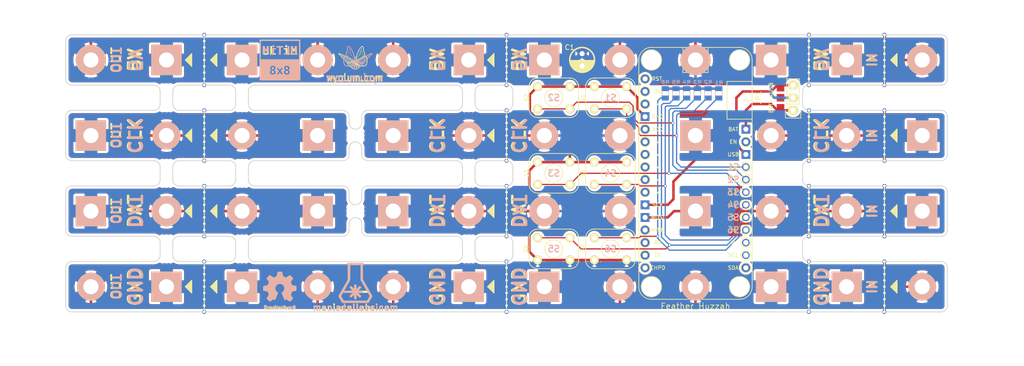
<source format=kicad_pcb>
(kicad_pcb (version 4) (host pcbnew 4.0.7-e0-6372~58~ubuntu16.04.1)
  (layers (0 F.Cu signal) (31 B.Cu signal) (34 B.Paste user) (35 F.Paste user) (36 B.SilkS user) (37 F.SilkS user) (38 B.Mask user) (39 F.Mask user) (44 Edge.Cuts user))
  (net 0 "")
  (net 1 /GND)
  (net 2 /VBAT)
  (net 3 /VUSB)
  (net 4 /CLK)
  (net 5 /DAT)
  (net 6 /5V)
  (net 7 /CLK2)
  (net 8 /CLK1)
  (net 9 /DAT2)
  (net 10 /DAT1)
  (net 11 /S6)
  (net 12 /S5)
  (net 13 /S4)
  (net 14 /S3)
  (net 15 /S2)
  (net 16 /S1)
  (module ultim_bus:SW-PB (layer F.Cu) (at 126.365 68.58 270)
    (fp_text reference S5 (at 0 5.588 270) (layer F.SilkS) (effects (font (size 0.762 0.762) (thickness 0.127))))
    (fp_text value SPST-M-2 hide)
    (pad 1 thru_hole circle (at -2.25 -3.25 270) (size 1.778 1.778) (drill 1.016) (layers *.Cu *.Mask F.SilkS) (net 12 /S5))
    (pad 2 thru_hole circle (at 2.25 3.25 270) (size 1.778 1.778) (drill 1.016) (layers *.Cu *.Mask F.SilkS) (net 1 /GND))
    (pad 2 thru_hole circle (at 2.25 -3.25 270) (size 1.778 1.778) (drill 1.016) (layers *.Cu *.Mask F.SilkS) (net 1 /GND))
    (pad 1 thru_hole circle (at -2.25 3.25 270) (size 1.778 1.778) (drill 1.016) (layers *.Cu *.Mask F.SilkS) (net 12 /S5))
  )
  (module ultim8x8_libs:mouse-bite-2.54mm-slot (layer F.Cu) (at 86.36 60.96 90)
    (fp_text reference M13 hide)
    (fp_text value MouseBite hide)
    (pad "" np_thru_hole circle (at 0 -1.1 90) (size 0.5 0.5) (drill 0.5) (layers *.Cu *.Mask))
    (pad "" np_thru_hole circle (at 0 1.1 90) (size 0.5 0.5) (drill 0.5) (layers *.Cu *.Mask))
    (pad "" np_thru_hole circle (at 0.8 -1.1 90) (size 0.5 0.5) (drill 0.5) (layers *.Cu *.Mask))
    (pad "" np_thru_hole circle (at -0.8 -1.1 90) (size 0.5 0.5) (drill 0.5) (layers *.Cu *.Mask))
    (pad "" np_thru_hole circle (at -0.8 1.1 90) (size 0.5 0.5) (drill 0.5) (layers *.Cu *.Mask))
    (pad "" np_thru_hole circle (at 0.8 1.1 90) (size 0.5 0.5) (drill 0.5) (layers *.Cu *.Mask))
  )
  (module ultim8x8_libs:logo_MLlabs_small (layer F.Cu) (at 86.36 75.438)
    (fp_text reference L8 hide)
    (fp_text value LOGO_ML hide)
  )
  (module ultim8x8_libs:Screw (layer F.Cu) (at 63.5 60.96)
    (fp_text reference P31 hide)
    (fp_text value CONN_1 hide)
    (pad 1 thru_hole circle (at 0 0) (size 6.096 6.096) (drill 3.048) (layers *.Cu *.Paste *.SilkS *.Mask) (net 9 /DAT2))
  )
  (module ultim8x8_libs:logo_wyo_butterfly_small (layer B.Cu) (at 86.36 30.48 180)
    (fp_text reference L4 hide)
    (fp_text value LOGO_WL hide)
  )
  (module ultim8x8_libs:Screw (layer F.Cu) (at 170.18 60.96)
    (fp_text reference P38 hide)
    (fp_text value CONN_1 hide)
    (pad 1 thru_hole circle (at 0 0) (size 6.096 6.096) (drill 3.048) (layers *.Cu *.Paste *.SilkS *.Mask) (net 5 /DAT))
  )
  (module ultim8x8_libs:Screw (layer F.Cu) (at 124.46 60.96)
    (fp_text reference P35 hide)
    (fp_text value CONN_1 hide)
    (pad 1 thru_hole circle (at 0 0) (size 6.096 6.096) (drill 3.048) (layers *.Cu *.Paste *.SilkS *.Mask) (net 10 /DAT1))
  )
  (module ultim8x8_libs:Screw (layer F.Cu) (at 109.22 60.96)
    (fp_text reference P34 hide)
    (fp_text value CONN_1 hide)
    (pad 1 thru_hole circle (at 0 0) (size 6.096 6.096) (drill 3.048) (layers *.Cu *.Paste *.SilkS *.Mask) (net 10 /DAT1))
  )
  (module ultim8x8_libs:Screw (layer F.Cu) (at 48.26 60.96)
    (fp_text reference P30 hide)
    (fp_text value CONN_1 hide)
    (pad 1 thru_hole circle (at 0 0) (size 6.096 6.096) (drill 3.048) (layers *.Cu *.Paste *.SilkS *.Mask) (net 9 /DAT2))
  )
  (module ultim8x8_libs:Screw (layer F.Cu) (at 185.42 60.96)
    (fp_text reference P27 hide)
    (fp_text value CONN_1 hide)
    (pad 1 thru_hole circle (at 0 0) (size 6.096 6.096) (drill 3.048) (layers *.Cu *.Paste *.SilkS *.Mask) (net 5 /DAT))
  )
  (module ultim8x8_libs:logo_ultim8x8_small (layer F.Cu) (at 71.12 30.48)
    (fp_text reference L11 hide)
    (fp_text value LOGO_U88 hide)
  )
  (module ultim8x8_libs:mouse-bite-2.54mm-slot (layer F.Cu) (at 86.36 45.72 90)
    (fp_text reference M6 hide)
    (fp_text value MouseBite hide)
    (pad "" np_thru_hole circle (at 0 -1.1 90) (size 0.5 0.5) (drill 0.5) (layers *.Cu *.Mask))
    (pad "" np_thru_hole circle (at 0 1.1 90) (size 0.5 0.5) (drill 0.5) (layers *.Cu *.Mask))
    (pad "" np_thru_hole circle (at 0.8 -1.1 90) (size 0.5 0.5) (drill 0.5) (layers *.Cu *.Mask))
    (pad "" np_thru_hole circle (at -0.8 -1.1 90) (size 0.5 0.5) (drill 0.5) (layers *.Cu *.Mask))
    (pad "" np_thru_hole circle (at -0.8 1.1 90) (size 0.5 0.5) (drill 0.5) (layers *.Cu *.Mask))
    (pad "" np_thru_hole circle (at 0.8 1.1 90) (size 0.5 0.5) (drill 0.5) (layers *.Cu *.Mask))
  )
  (module ultim8x8_libs:Screw (layer F.Cu) (at 200.66 30.48)
    (fp_text reference P2 hide)
    (fp_text value CONN_1 hide)
    (pad 1 thru_hole circle (at 0 0) (size 6.096 6.096) (drill 3.048) (layers *.Cu *.Paste *.SilkS *.Mask) (net 6 /5V))
  )
  (module ultim8x8_libs:Screw (layer F.Cu) (at 33.02 30.48)
    (fp_text reference P3 hide)
    (fp_text value CONN_1 hide)
    (pad 1 thru_hole circle (at 0 0) (size 6.096 6.096) (drill 3.048) (layers *.Cu *.Paste *.SilkS *.Mask) (net 6 /5V))
  )
  (module ultim8x8_libs:Screw (layer F.Cu) (at 78.74 30.48)
    (fp_text reference P6 hide)
    (fp_text value CONN_1 hide)
    (pad 1 thru_hole circle (at 0 0) (size 6.096 6.096) (drill 3.048) (layers *.Cu *.Paste *.SilkS *.Mask) (net 6 /5V))
  )
  (module ultim8x8_libs:Screw (layer F.Cu) (at 93.98 30.48)
    (fp_text reference P7 hide)
    (fp_text value CONN_1 hide)
    (pad 1 thru_hole circle (at 0 0) (size 6.096 6.096) (drill 3.048) (layers *.Cu *.Paste *.SilkS *.Mask) (net 6 /5V))
  )
  (module ultim8x8_libs:Screw (layer F.Cu) (at 139.7 30.48)
    (fp_text reference P10 hide)
    (fp_text value CONN_1 hide)
    (pad 1 thru_hole circle (at 0 0) (size 6.096 6.096) (drill 3.048) (layers *.Cu *.Paste *.SilkS *.Mask) (net 6 /5V))
  )
  (module ultim8x8_libs:Screw (layer F.Cu) (at 154.94 30.48)
    (fp_text reference P11 hide)
    (fp_text value CONN_1 hide)
    (pad 1 thru_hole circle (at 0 0) (size 6.096 6.096) (drill 3.048) (layers *.Cu *.Paste *.SilkS *.Mask) (net 6 /5V))
  )
  (module ultim8x8_libs:OSHW_6mm (layer F.Cu) (at 71.12 76.2)
    (fp_text reference L2 hide)
    (fp_text value OSHW hide)
    (fp_text user OpenHardware (at 0 4.191) (layer F.SilkS) (effects (font (size 0.762 0.6096) (thickness 0.127))))
  )
  (module ultim8x8_libs:OSHW_6mm (layer B.Cu) (at 71.12 76.2 180)
    (fp_text reference L1 hide)
    (fp_text value OSHW hide)
    (fp_text user OpenHardware (at 0 -4.191 180) (layer B.SilkS) (effects (font (size 0.762 0.6096) (thickness 0.127)) (justify mirror)))
  )
  (module ultim8x8_libs:logo_wyo_butterfly_small (layer F.Cu) (at 86.36 30.48)
    (fp_text reference L3 hide)
    (fp_text value LOGO_WL hide)
  )
  (module ultim8x8_libs:logo_MLlabs_small (layer B.Cu) (at 86.36 75.438 180)
    (fp_text reference L7 hide)
    (fp_text value LOGO_ML hide)
  )
  (module ultim8x8_libs:logo_ultim8x8_small (layer B.Cu) (at 71.12 30.48 180)
    (fp_text reference L12 hide)
    (fp_text value LOGO_U88 hide)
  )
  (module ultim8x8_libs:Screw_SqPad (layer F.Cu) (at 185.42 30.48)
    (fp_text reference P1 hide)
    (fp_text value CONN_1 hide)
    (pad 1 thru_hole rect (at 0 0) (size 6.096 6.096) (drill 3.048) (layers *.Cu *.Paste *.SilkS *.Mask) (net 6 /5V))
  )
  (module ultim8x8_libs:Screw_SqPad (layer F.Cu) (at 48.26 30.48)
    (fp_text reference P4 hide)
    (fp_text value CONN_1 hide)
    (pad 1 thru_hole rect (at 0 0) (size 6.096 6.096) (drill 3.048) (layers *.Cu *.Paste *.SilkS *.Mask) (net 6 /5V))
  )
  (module ultim8x8_libs:Screw_SqPad (layer F.Cu) (at 63.5 30.48)
    (fp_text reference P5 hide)
    (fp_text value CONN_1 hide)
    (pad 1 thru_hole rect (at 0 0) (size 6.096 6.096) (drill 3.048) (layers *.Cu *.Paste *.SilkS *.Mask) (net 6 /5V))
  )
  (module ultim8x8_libs:Screw_SqPad (layer F.Cu) (at 109.22 30.48)
    (fp_text reference P8 hide)
    (fp_text value CONN_1 hide)
    (pad 1 thru_hole rect (at 0 0) (size 6.096 6.096) (drill 3.048) (layers *.Cu *.Paste *.SilkS *.Mask) (net 6 /5V))
  )
  (module ultim8x8_libs:Screw_SqPad (layer F.Cu) (at 124.46 30.48)
    (fp_text reference P9 hide)
    (fp_text value CONN_1 hide)
    (pad 1 thru_hole rect (at 0 0) (size 6.096 6.096) (drill 3.048) (layers *.Cu *.Paste *.SilkS *.Mask) (net 6 /5V))
  )
  (module ultim8x8_libs:Screw_SqPad (layer F.Cu) (at 170.18 30.48)
    (fp_text reference P12 hide)
    (fp_text value CONN_1 hide)
    (pad 1 thru_hole rect (at 0 0) (size 6.096 6.096) (drill 3.048) (layers *.Cu *.Paste *.SilkS *.Mask) (net 6 /5V))
  )
  (module ultim8x8_libs:Screw_SqPad (layer F.Cu) (at 200.66 60.96)
    (fp_text reference P28 hide)
    (fp_text value CONN_1 hide)
    (pad 1 thru_hole rect (at 0 0) (size 6.096 6.096) (drill 3.048) (layers *.Cu *.Paste *.SilkS *.Mask) (net 5 /DAT))
  )
  (module ultim8x8_libs:Screw_SqPad (layer F.Cu) (at 33.02 60.96)
    (fp_text reference P29 hide)
    (fp_text value CONN_1 hide)
    (pad 1 thru_hole rect (at 0 0) (size 6.096 6.096) (drill 3.048) (layers *.Cu *.Paste *.SilkS *.Mask) (net 9 /DAT2))
  )
  (module ultim8x8_libs:Screw_SqPad (layer F.Cu) (at 78.74 60.96)
    (fp_text reference P32 hide)
    (fp_text value CONN_1 hide)
    (pad 1 thru_hole rect (at 0 0) (size 6.096 6.096) (drill 3.048) (layers *.Cu *.Paste *.SilkS *.Mask) (net 9 /DAT2))
  )
  (module ultim8x8_libs:Screw_SqPad (layer F.Cu) (at 93.98 60.96)
    (fp_text reference P33 hide)
    (fp_text value CONN_1 hide)
    (pad 1 thru_hole rect (at 0 0) (size 6.096 6.096) (drill 3.048) (layers *.Cu *.Paste *.SilkS *.Mask) (net 10 /DAT1))
  )
  (module ultim8x8_libs:Screw_SqPad (layer F.Cu) (at 139.7 60.96)
    (fp_text reference P36 hide)
    (fp_text value CONN_1 hide)
    (pad 1 thru_hole circle (at 0 0) (size 6.096 6.096) (drill 3.048) (layers *.Cu *.Paste *.SilkS *.Mask) (net 10 /DAT1))
  )
  (module ultim8x8_libs:Screw_SqPad (layer F.Cu) (at 154.94 60.96)
    (fp_text reference P37 hide)
    (fp_text value CONN_1 hide)
    (pad 1 thru_hole rect (at 0 0) (size 6.096 6.096) (drill 3.048) (layers *.Cu *.Paste *.SilkS *.Mask) (net 5 /DAT))
  )
  (module ultim8x8_libs:Screw (layer F.Cu) (at 185.42 45.72)
    (fp_text reference P14 hide)
    (fp_text value CONN_1 hide)
    (pad 1 thru_hole circle (at 0 0) (size 5.6 5.6) (drill 3.048) (layers *.Cu *.SilkS *.Mask) (net 4 /CLK))
  )
  (module ultim8x8_libs:Screw_SqPad (layer F.Cu) (at 200.66 45.72)
    (fp_text reference P15 hide)
    (fp_text value CONN_1 hide)
    (pad 1 thru_hole rect (at 0 0) (size 6.096 6.096) (drill 3.048) (layers *.Cu *.Paste *.SilkS *.Mask) (net 4 /CLK))
  )
  (module ultim8x8_libs:Screw_SqPad (layer F.Cu) (at 33.02 45.72)
    (fp_text reference P16 hide)
    (fp_text value CONN_1 hide)
    (pad 1 thru_hole rect (at 0 0) (size 6.096 6.096) (drill 3.048) (layers *.Cu *.Paste *.SilkS *.Mask) (net 7 /CLK2))
  )
  (module ultim8x8_libs:Screw (layer F.Cu) (at 48.26 45.72)
    (fp_text reference P17 hide)
    (fp_text value CONN_1 hide)
    (pad 1 thru_hole circle (at 0 0) (size 5.6 5.6) (drill 3.048) (layers *.Cu *.SilkS *.Mask) (net 7 /CLK2))
  )
  (module ultim8x8_libs:Screw (layer F.Cu) (at 63.5 45.72)
    (fp_text reference P18 hide)
    (fp_text value CONN_1 hide)
    (pad 1 thru_hole circle (at 0 0) (size 5.6 5.6) (drill 3.048) (layers *.Cu *.SilkS *.Mask) (net 7 /CLK2))
  )
  (module ultim8x8_libs:Screw_SqPad (layer F.Cu) (at 78.74 45.72)
    (fp_text reference P19 hide)
    (fp_text value CONN_1 hide)
    (pad 1 thru_hole rect (at 0 0) (size 6.096 6.096) (drill 3.048) (layers *.Cu *.Paste *.SilkS *.Mask) (net 7 /CLK2))
  )
  (module ultim8x8_libs:Screw_SqPad (layer F.Cu) (at 93.98 45.72)
    (fp_text reference P20 hide)
    (fp_text value CONN_1 hide)
    (pad 1 thru_hole rect (at 0 0) (size 6.096 6.096) (drill 3.048) (layers *.Cu *.Paste *.SilkS *.Mask) (net 8 /CLK1))
  )
  (module ultim8x8_libs:Screw (layer F.Cu) (at 109.22 45.72)
    (fp_text reference P21 hide)
    (fp_text value CONN_1 hide)
    (pad 1 thru_hole circle (at 0 0) (size 5.6 5.6) (drill 3.048) (layers *.Cu *.SilkS *.Mask) (net 8 /CLK1))
  )
  (module ultim8x8_libs:Screw (layer F.Cu) (at 124.46 45.72)
    (fp_text reference P22 hide)
    (fp_text value CONN_1 hide)
    (pad 1 thru_hole circle (at 0 0) (size 5.6 5.6) (drill 3.048) (layers *.Cu *.SilkS *.Mask) (net 8 /CLK1))
  )
  (module ultim8x8_libs:Screw_SqPad (layer F.Cu) (at 139.7 45.72)
    (fp_text reference P23 hide)
    (fp_text value CONN_1 hide)
    (pad 1 thru_hole circle (at 0 0) (size 6.096 6.096) (drill 3.048) (layers *.Cu *.Paste *.SilkS *.Mask) (net 8 /CLK1))
  )
  (module ultim8x8_libs:Screw_SqPad (layer F.Cu) (at 154.94 45.72)
    (fp_text reference P24 hide)
    (fp_text value CONN_1 hide)
    (pad 1 thru_hole rect (at 0 0) (size 6.096 6.096) (drill 3.048) (layers *.Cu *.Paste *.SilkS *.Mask) (net 4 /CLK))
  )
  (module ultim8x8_libs:Screw (layer F.Cu) (at 170.18 45.72)
    (fp_text reference P25 hide)
    (fp_text value CONN_1 hide)
    (pad 1 thru_hole circle (at 0 0) (size 5.6 5.6) (drill 3.048) (layers *.Cu *.SilkS *.Mask) (net 4 /CLK))
  )
  (module ultim8x8_libs:Screw_SqPad (layer F.Cu) (at 185.42 76.2)
    (fp_text reference P40 hide)
    (fp_text value CONN_1 hide)
    (pad 1 thru_hole rect (at 0 0) (size 6.096 6.096) (drill 3.048) (layers *.Cu *.Paste *.SilkS *.Mask) (net 1 /GND))
  )
  (module ultim8x8_libs:Screw (layer F.Cu) (at 200.66 76.2)
    (fp_text reference P41 hide)
    (fp_text value CONN_1 hide)
    (pad 1 thru_hole circle (at 0 0) (size 5.6 5.6) (drill 3.048) (layers *.Cu *.SilkS *.Mask) (net 1 /GND))
  )
  (module ultim8x8_libs:Screw (layer F.Cu) (at 33.02 76.2)
    (fp_text reference P42 hide)
    (fp_text value CONN_1 hide)
    (pad 1 thru_hole circle (at 0 0) (size 5.6 5.6) (drill 3.048) (layers *.Cu *.SilkS *.Mask) (net 1 /GND))
  )
  (module ultim8x8_libs:Screw_SqPad (layer F.Cu) (at 48.26 76.2)
    (fp_text reference P43 hide)
    (fp_text value CONN_1 hide)
    (pad 1 thru_hole rect (at 0 0) (size 6.096 6.096) (drill 3.048) (layers *.Cu *.Paste *.SilkS *.Mask) (net 1 /GND))
  )
  (module ultim8x8_libs:Screw_SqPad (layer F.Cu) (at 63.5 76.2)
    (fp_text reference P44 hide)
    (fp_text value CONN_1 hide)
    (pad 1 thru_hole rect (at 0 0) (size 6.096 6.096) (drill 3.048) (layers *.Cu *.Paste *.SilkS *.Mask) (net 1 /GND))
  )
  (module ultim8x8_libs:Screw (layer F.Cu) (at 78.74 76.2)
    (fp_text reference P45 hide)
    (fp_text value CONN_1 hide)
    (pad 1 thru_hole circle (at 0 0) (size 5.6 5.6) (drill 3.048) (layers *.Cu *.SilkS *.Mask) (net 1 /GND))
  )
  (module ultim8x8_libs:Screw (layer F.Cu) (at 93.98 76.2)
    (fp_text reference P46 hide)
    (fp_text value CONN_1 hide)
    (pad 1 thru_hole circle (at 0 0) (size 5.6 5.6) (drill 3.048) (layers *.Cu *.SilkS *.Mask) (net 1 /GND))
  )
  (module ultim8x8_libs:Screw_SqPad (layer F.Cu) (at 109.22 76.2)
    (fp_text reference P47 hide)
    (fp_text value CONN_1 hide)
    (pad 1 thru_hole rect (at 0 0) (size 6.096 6.096) (drill 3.048) (layers *.Cu *.Paste *.SilkS *.Mask) (net 1 /GND))
  )
  (module ultim8x8_libs:Screw_SqPad (layer F.Cu) (at 124.46 76.2)
    (fp_text reference P48 hide)
    (fp_text value CONN_1 hide)
    (pad 1 thru_hole rect (at 0 0) (size 6.096 6.096) (drill 3.048) (layers *.Cu *.Paste *.SilkS *.Mask) (net 1 /GND))
  )
  (module ultim8x8_libs:Screw (layer F.Cu) (at 139.7 76.2)
    (fp_text reference P49 hide)
    (fp_text value CONN_1 hide)
    (pad 1 thru_hole circle (at 0 0) (size 5.6 5.6) (drill 3.048) (layers *.Cu *.SilkS *.Mask) (net 1 /GND))
  )
  (module ultim8x8_libs:Screw (layer F.Cu) (at 154.94 76.2)
    (fp_text reference P50 hide)
    (fp_text value CONN_1 hide)
    (pad 1 thru_hole circle (at 0 0) (size 5.6 5.6) (drill 3.048) (layers *.Cu *.SilkS *.Mask) (net 1 /GND))
  )
  (module ultim8x8_libs:Screw_SqPad (layer F.Cu) (at 170.18 76.2)
    (fp_text reference P51 hide)
    (fp_text value CONN_1 hide)
    (pad 1 thru_hole rect (at 0 0) (size 6.096 6.096) (drill 3.048) (layers *.Cu *.Paste *.SilkS *.Mask) (net 1 /GND))
  )
  (module ultim8x8_libs:mouse-bite-5.08mm-slot (layer F.Cu) (at 48.26 38.1)
    (fp_text reference M2 hide)
    (fp_text value MouseBite hide)
    (pad "" np_thru_hole circle (at 0 -2.2) (size 0.5 0.5) (drill 0.5) (layers *.Cu *.Mask))
    (pad "" np_thru_hole circle (at 0 2.2) (size 0.5 0.5) (drill 0.5) (layers *.Cu *.Mask))
    (pad "" np_thru_hole circle (at 0.8 -2.2) (size 0.5 0.5) (drill 0.5) (layers *.Cu *.Mask))
    (pad "" np_thru_hole circle (at -0.8 -2.2) (size 0.5 0.5) (drill 0.5) (layers *.Cu *.Mask))
    (pad "" np_thru_hole circle (at -0.8 2.2) (size 0.5 0.5) (drill 0.5) (layers *.Cu *.Mask))
    (pad "" np_thru_hole circle (at 0.8 2.2) (size 0.5 0.5) (drill 0.5) (layers *.Cu *.Mask))
    (pad "" np_thru_hole circle (at 0 0) (size 0.5 0.5) (drill 0.5) (layers *.Cu *.Mask))
    (pad "" np_thru_hole circle (at 0.8 0) (size 0.5 0.5) (drill 0.5) (layers *.Cu *.Mask))
    (pad "" np_thru_hole circle (at -0.8 0) (size 0.5 0.5) (drill 0.5) (layers *.Cu *.Mask))
  )
  (module ultim8x8_libs:mouse-bite-5.08mm-slot (layer F.Cu) (at 48.26 53.34)
    (fp_text reference M9 hide)
    (fp_text value MouseBite hide)
    (pad "" np_thru_hole circle (at 0 -2.2) (size 0.5 0.5) (drill 0.5) (layers *.Cu *.Mask))
    (pad "" np_thru_hole circle (at 0 2.2) (size 0.5 0.5) (drill 0.5) (layers *.Cu *.Mask))
    (pad "" np_thru_hole circle (at 0.8 -2.2) (size 0.5 0.5) (drill 0.5) (layers *.Cu *.Mask))
    (pad "" np_thru_hole circle (at -0.8 -2.2) (size 0.5 0.5) (drill 0.5) (layers *.Cu *.Mask))
    (pad "" np_thru_hole circle (at -0.8 2.2) (size 0.5 0.5) (drill 0.5) (layers *.Cu *.Mask))
    (pad "" np_thru_hole circle (at 0.8 2.2) (size 0.5 0.5) (drill 0.5) (layers *.Cu *.Mask))
    (pad "" np_thru_hole circle (at 0 0) (size 0.5 0.5) (drill 0.5) (layers *.Cu *.Mask))
    (pad "" np_thru_hole circle (at 0.8 0) (size 0.5 0.5) (drill 0.5) (layers *.Cu *.Mask))
    (pad "" np_thru_hole circle (at -0.8 0) (size 0.5 0.5) (drill 0.5) (layers *.Cu *.Mask))
  )
  (module ultim8x8_libs:mouse-bite-5.08mm-slot (layer F.Cu) (at 48.26 68.58)
    (fp_text reference M16 hide)
    (fp_text value MouseBite hide)
    (pad "" np_thru_hole circle (at 0 -2.2) (size 0.5 0.5) (drill 0.5) (layers *.Cu *.Mask))
    (pad "" np_thru_hole circle (at 0 2.2) (size 0.5 0.5) (drill 0.5) (layers *.Cu *.Mask))
    (pad "" np_thru_hole circle (at 0.8 -2.2) (size 0.5 0.5) (drill 0.5) (layers *.Cu *.Mask))
    (pad "" np_thru_hole circle (at -0.8 -2.2) (size 0.5 0.5) (drill 0.5) (layers *.Cu *.Mask))
    (pad "" np_thru_hole circle (at -0.8 2.2) (size 0.5 0.5) (drill 0.5) (layers *.Cu *.Mask))
    (pad "" np_thru_hole circle (at 0.8 2.2) (size 0.5 0.5) (drill 0.5) (layers *.Cu *.Mask))
    (pad "" np_thru_hole circle (at 0 0) (size 0.5 0.5) (drill 0.5) (layers *.Cu *.Mask))
    (pad "" np_thru_hole circle (at 0.8 0) (size 0.5 0.5) (drill 0.5) (layers *.Cu *.Mask))
    (pad "" np_thru_hole circle (at -0.8 0) (size 0.5 0.5) (drill 0.5) (layers *.Cu *.Mask))
  )
  (module ultim_bus:switch_spdt (layer F.Cu) (at 174.625 38.1 180)
    (fp_text reference JP1 (at 6.985 0 270) (layer F.SilkS))
    (fp_text value PWR_SEL hide)
    (pad 1 thru_hole oval (at 0 -2.54 180) (size 2.032 1.7272) (drill 1.016) (layers *.Cu *.Mask F.SilkS) (net 2 /VBAT))
    (pad 2 thru_hole oval (at 0 0 180) (size 2.032 1.7272) (drill 1.016) (layers *.Cu *.Mask F.SilkS) (net 6 /5V))
    (pad 3 thru_hole oval (at 0 2.54 180) (size 2.032 1.7272) (drill 1.016) (layers *.Cu *.Mask F.SilkS) (net 3 /VUSB))
    (pad 2 smd rect (at 2.54 0 180) (size 1.524 1.524) (layers F.Cu F.Paste F.Mask) (net 6 /5V))
    (pad 3 smd rect (at 2.54 2.54 180) (size 1.524 2.032) (drill (offset 0 -0.254)) (layers F.Cu F.Paste F.Mask) (net 3 /VUSB))
    (pad 1 smd rect (at 2.54 -2.54 180) (size 1.524 2.032) (drill (offset 0 0.254)) (layers F.Cu F.Paste F.Mask) (net 2 /VBAT))
  )
  (module ultim_bus:via_0.8x9 (layer F.Cu) (at 177.8 30.48)
    (fp_text reference v1 hide)
    (fp_text value via_0.8x9 hide)
    (pad 1 thru_hole circle (at 0 -5.08) (size 0.8 0.8) (drill 0.5) (layers *.Cu) (net 6 /5V))
    (pad 2 thru_hole circle (at 0 -3.81) (size 0.8 0.8) (drill 0.5) (layers *.Cu) (net 6 /5V))
    (pad 3 thru_hole circle (at 0 -2.54) (size 0.8 0.8) (drill 0.5) (layers *.Cu) (net 6 /5V))
    (pad 4 thru_hole circle (at 0 -1.27) (size 0.8 0.8) (drill 0.5) (layers *.Cu) (net 6 /5V))
    (pad 5 thru_hole circle (at 0 0) (size 0.8 0.8) (drill 0.5) (layers *.Cu) (net 6 /5V))
    (pad 6 thru_hole circle (at 0 1.27) (size 0.8 0.8) (drill 0.5) (layers *.Cu) (net 6 /5V))
    (pad 7 thru_hole circle (at 0 2.54) (size 0.8 0.8) (drill 0.5) (layers *.Cu) (net 6 /5V))
    (pad 8 thru_hole circle (at 0 3.81) (size 0.8 0.8) (drill 0.5) (layers *.Cu) (net 6 /5V))
    (pad 9 thru_hole circle (at 0 5.08) (size 0.8 0.8) (drill 0.5) (layers *.Cu) (net 6 /5V))
  )
  (module ultim_bus:via_0.8x9 (layer F.Cu) (at 116.84 30.48)
    (fp_text reference v2 hide)
    (fp_text value via_0.8x9 hide)
    (pad 1 thru_hole circle (at 0 -5.08) (size 0.8 0.8) (drill 0.5) (layers *.Cu) (net 6 /5V))
    (pad 2 thru_hole circle (at 0 -3.81) (size 0.8 0.8) (drill 0.5) (layers *.Cu) (net 6 /5V))
    (pad 3 thru_hole circle (at 0 -2.54) (size 0.8 0.8) (drill 0.5) (layers *.Cu) (net 6 /5V))
    (pad 4 thru_hole circle (at 0 -1.27) (size 0.8 0.8) (drill 0.5) (layers *.Cu) (net 6 /5V))
    (pad 5 thru_hole circle (at 0 0) (size 0.8 0.8) (drill 0.5) (layers *.Cu) (net 6 /5V))
    (pad 6 thru_hole circle (at 0 1.27) (size 0.8 0.8) (drill 0.5) (layers *.Cu) (net 6 /5V))
    (pad 7 thru_hole circle (at 0 2.54) (size 0.8 0.8) (drill 0.5) (layers *.Cu) (net 6 /5V))
    (pad 8 thru_hole circle (at 0 3.81) (size 0.8 0.8) (drill 0.5) (layers *.Cu) (net 6 /5V))
    (pad 9 thru_hole circle (at 0 5.08) (size 0.8 0.8) (drill 0.5) (layers *.Cu) (net 6 /5V))
  )
  (module ultim_bus:via_0.8x9 (layer F.Cu) (at 55.88 30.48)
    (fp_text reference v3 hide)
    (fp_text value via_0.8x9 hide)
    (pad 1 thru_hole circle (at 0 -5.08) (size 0.8 0.8) (drill 0.5) (layers *.Cu) (net 6 /5V))
    (pad 2 thru_hole circle (at 0 -3.81) (size 0.8 0.8) (drill 0.5) (layers *.Cu) (net 6 /5V))
    (pad 3 thru_hole circle (at 0 -2.54) (size 0.8 0.8) (drill 0.5) (layers *.Cu) (net 6 /5V))
    (pad 4 thru_hole circle (at 0 -1.27) (size 0.8 0.8) (drill 0.5) (layers *.Cu) (net 6 /5V))
    (pad 5 thru_hole circle (at 0 0) (size 0.8 0.8) (drill 0.5) (layers *.Cu) (net 6 /5V))
    (pad 6 thru_hole circle (at 0 1.27) (size 0.8 0.8) (drill 0.5) (layers *.Cu) (net 6 /5V))
    (pad 7 thru_hole circle (at 0 2.54) (size 0.8 0.8) (drill 0.5) (layers *.Cu) (net 6 /5V))
    (pad 8 thru_hole circle (at 0 3.81) (size 0.8 0.8) (drill 0.5) (layers *.Cu) (net 6 /5V))
    (pad 9 thru_hole circle (at 0 5.08) (size 0.8 0.8) (drill 0.5) (layers *.Cu) (net 6 /5V))
  )
  (module ultim_bus:via_0.8x9 (layer F.Cu) (at 177.8 76.2)
    (fp_text reference v4 hide)
    (fp_text value via_0.8x9 hide)
    (pad 1 thru_hole circle (at 0 -5.08) (size 0.8 0.8) (drill 0.5) (layers *.Cu) (net 1 /GND))
    (pad 2 thru_hole circle (at 0 -3.81) (size 0.8 0.8) (drill 0.5) (layers *.Cu) (net 1 /GND))
    (pad 3 thru_hole circle (at 0 -2.54) (size 0.8 0.8) (drill 0.5) (layers *.Cu) (net 1 /GND))
    (pad 4 thru_hole circle (at 0 -1.27) (size 0.8 0.8) (drill 0.5) (layers *.Cu) (net 1 /GND))
    (pad 5 thru_hole circle (at 0 0) (size 0.8 0.8) (drill 0.5) (layers *.Cu) (net 1 /GND))
    (pad 6 thru_hole circle (at 0 1.27) (size 0.8 0.8) (drill 0.5) (layers *.Cu) (net 1 /GND))
    (pad 7 thru_hole circle (at 0 2.54) (size 0.8 0.8) (drill 0.5) (layers *.Cu) (net 1 /GND))
    (pad 8 thru_hole circle (at 0 3.81) (size 0.8 0.8) (drill 0.5) (layers *.Cu) (net 1 /GND))
    (pad 9 thru_hole circle (at 0 5.08) (size 0.8 0.8) (drill 0.5) (layers *.Cu) (net 1 /GND))
  )
  (module ultim_bus:via_0.8x9 (layer F.Cu) (at 116.84 76.2)
    (fp_text reference v5 hide)
    (fp_text value via_0.8x9 hide)
    (pad 1 thru_hole circle (at 0 -5.08) (size 0.8 0.8) (drill 0.5) (layers *.Cu) (net 1 /GND))
    (pad 2 thru_hole circle (at 0 -3.81) (size 0.8 0.8) (drill 0.5) (layers *.Cu) (net 1 /GND))
    (pad 3 thru_hole circle (at 0 -2.54) (size 0.8 0.8) (drill 0.5) (layers *.Cu) (net 1 /GND))
    (pad 4 thru_hole circle (at 0 -1.27) (size 0.8 0.8) (drill 0.5) (layers *.Cu) (net 1 /GND))
    (pad 5 thru_hole circle (at 0 0) (size 0.8 0.8) (drill 0.5) (layers *.Cu) (net 1 /GND))
    (pad 6 thru_hole circle (at 0 1.27) (size 0.8 0.8) (drill 0.5) (layers *.Cu) (net 1 /GND))
    (pad 7 thru_hole circle (at 0 2.54) (size 0.8 0.8) (drill 0.5) (layers *.Cu) (net 1 /GND))
    (pad 8 thru_hole circle (at 0 3.81) (size 0.8 0.8) (drill 0.5) (layers *.Cu) (net 1 /GND))
    (pad 9 thru_hole circle (at 0 5.08) (size 0.8 0.8) (drill 0.5) (layers *.Cu) (net 1 /GND))
  )
  (module ultim_bus:via_0.8x9 (layer F.Cu) (at 55.88 76.2)
    (fp_text reference v6 hide)
    (fp_text value via_0.8x9 hide)
    (pad 1 thru_hole circle (at 0 -5.08) (size 0.8 0.8) (drill 0.5) (layers *.Cu) (net 1 /GND))
    (pad 2 thru_hole circle (at 0 -3.81) (size 0.8 0.8) (drill 0.5) (layers *.Cu) (net 1 /GND))
    (pad 3 thru_hole circle (at 0 -2.54) (size 0.8 0.8) (drill 0.5) (layers *.Cu) (net 1 /GND))
    (pad 4 thru_hole circle (at 0 -1.27) (size 0.8 0.8) (drill 0.5) (layers *.Cu) (net 1 /GND))
    (pad 5 thru_hole circle (at 0 0) (size 0.8 0.8) (drill 0.5) (layers *.Cu) (net 1 /GND))
    (pad 6 thru_hole circle (at 0 1.27) (size 0.8 0.8) (drill 0.5) (layers *.Cu) (net 1 /GND))
    (pad 7 thru_hole circle (at 0 2.54) (size 0.8 0.8) (drill 0.5) (layers *.Cu) (net 1 /GND))
    (pad 8 thru_hole circle (at 0 3.81) (size 0.8 0.8) (drill 0.5) (layers *.Cu) (net 1 /GND))
    (pad 9 thru_hole circle (at 0 5.08) (size 0.8 0.8) (drill 0.5) (layers *.Cu) (net 1 /GND))
  )
  (module ultim_bus:via_0.8x9 (layer F.Cu) (at 177.8 45.72)
    (fp_text reference v7 hide)
    (fp_text value via_0.8x9 hide)
    (pad 1 thru_hole circle (at 0 -5.08) (size 0.8 0.8) (drill 0.5) (layers *.Cu) (net 4 /CLK))
    (pad 2 thru_hole circle (at 0 -3.81) (size 0.8 0.8) (drill 0.5) (layers *.Cu) (net 4 /CLK))
    (pad 3 thru_hole circle (at 0 -2.54) (size 0.8 0.8) (drill 0.5) (layers *.Cu) (net 4 /CLK))
    (pad 4 thru_hole circle (at 0 -1.27) (size 0.8 0.8) (drill 0.5) (layers *.Cu) (net 4 /CLK))
    (pad 5 thru_hole circle (at 0 0) (size 0.8 0.8) (drill 0.5) (layers *.Cu) (net 4 /CLK))
    (pad 6 thru_hole circle (at 0 1.27) (size 0.8 0.8) (drill 0.5) (layers *.Cu) (net 4 /CLK))
    (pad 7 thru_hole circle (at 0 2.54) (size 0.8 0.8) (drill 0.5) (layers *.Cu) (net 4 /CLK))
    (pad 8 thru_hole circle (at 0 3.81) (size 0.8 0.8) (drill 0.5) (layers *.Cu) (net 4 /CLK))
    (pad 9 thru_hole circle (at 0 5.08) (size 0.8 0.8) (drill 0.5) (layers *.Cu) (net 4 /CLK))
  )
  (module ultim_bus:via_0.8x9 (layer F.Cu) (at 116.84 45.72)
    (fp_text reference v8 hide)
    (fp_text value via_0.8x9 hide)
    (pad 1 thru_hole circle (at 0 -5.08) (size 0.8 0.8) (drill 0.5) (layers *.Cu) (net 8 /CLK1))
    (pad 2 thru_hole circle (at 0 -3.81) (size 0.8 0.8) (drill 0.5) (layers *.Cu) (net 8 /CLK1))
    (pad 3 thru_hole circle (at 0 -2.54) (size 0.8 0.8) (drill 0.5) (layers *.Cu) (net 8 /CLK1))
    (pad 4 thru_hole circle (at 0 -1.27) (size 0.8 0.8) (drill 0.5) (layers *.Cu) (net 8 /CLK1))
    (pad 5 thru_hole circle (at 0 0) (size 0.8 0.8) (drill 0.5) (layers *.Cu) (net 8 /CLK1))
    (pad 6 thru_hole circle (at 0 1.27) (size 0.8 0.8) (drill 0.5) (layers *.Cu) (net 8 /CLK1))
    (pad 7 thru_hole circle (at 0 2.54) (size 0.8 0.8) (drill 0.5) (layers *.Cu) (net 8 /CLK1))
    (pad 8 thru_hole circle (at 0 3.81) (size 0.8 0.8) (drill 0.5) (layers *.Cu) (net 8 /CLK1))
    (pad 9 thru_hole circle (at 0 5.08) (size 0.8 0.8) (drill 0.5) (layers *.Cu) (net 8 /CLK1))
  )
  (module ultim_bus:via_0.8x9 (layer F.Cu) (at 55.88 45.72)
    (fp_text reference v9 hide)
    (fp_text value via_0.8x9 hide)
    (pad 1 thru_hole circle (at 0 -5.08) (size 0.8 0.8) (drill 0.5) (layers *.Cu) (net 7 /CLK2))
    (pad 2 thru_hole circle (at 0 -3.81) (size 0.8 0.8) (drill 0.5) (layers *.Cu) (net 7 /CLK2))
    (pad 3 thru_hole circle (at 0 -2.54) (size 0.8 0.8) (drill 0.5) (layers *.Cu) (net 7 /CLK2))
    (pad 4 thru_hole circle (at 0 -1.27) (size 0.8 0.8) (drill 0.5) (layers *.Cu) (net 7 /CLK2))
    (pad 5 thru_hole circle (at 0 0) (size 0.8 0.8) (drill 0.5) (layers *.Cu) (net 7 /CLK2))
    (pad 6 thru_hole circle (at 0 1.27) (size 0.8 0.8) (drill 0.5) (layers *.Cu) (net 7 /CLK2))
    (pad 7 thru_hole circle (at 0 2.54) (size 0.8 0.8) (drill 0.5) (layers *.Cu) (net 7 /CLK2))
    (pad 8 thru_hole circle (at 0 3.81) (size 0.8 0.8) (drill 0.5) (layers *.Cu) (net 7 /CLK2))
    (pad 9 thru_hole circle (at 0 5.08) (size 0.8 0.8) (drill 0.5) (layers *.Cu) (net 7 /CLK2))
  )
  (module ultim_bus:via_0.8x9 (layer F.Cu) (at 177.8 60.96)
    (fp_text reference v10 hide)
    (fp_text value via_0.8x9 hide)
    (pad 1 thru_hole circle (at 0 -5.08) (size 0.8 0.8) (drill 0.5) (layers *.Cu) (net 5 /DAT))
    (pad 2 thru_hole circle (at 0 -3.81) (size 0.8 0.8) (drill 0.5) (layers *.Cu) (net 5 /DAT))
    (pad 3 thru_hole circle (at 0 -2.54) (size 0.8 0.8) (drill 0.5) (layers *.Cu) (net 5 /DAT))
    (pad 4 thru_hole circle (at 0 -1.27) (size 0.8 0.8) (drill 0.5) (layers *.Cu) (net 5 /DAT))
    (pad 5 thru_hole circle (at 0 0) (size 0.8 0.8) (drill 0.5) (layers *.Cu) (net 5 /DAT))
    (pad 6 thru_hole circle (at 0 1.27) (size 0.8 0.8) (drill 0.5) (layers *.Cu) (net 5 /DAT))
    (pad 7 thru_hole circle (at 0 2.54) (size 0.8 0.8) (drill 0.5) (layers *.Cu) (net 5 /DAT))
    (pad 8 thru_hole circle (at 0 3.81) (size 0.8 0.8) (drill 0.5) (layers *.Cu) (net 5 /DAT))
    (pad 9 thru_hole circle (at 0 5.08) (size 0.8 0.8) (drill 0.5) (layers *.Cu) (net 5 /DAT))
  )
  (module ultim_bus:via_0.8x9 (layer F.Cu) (at 116.84 60.96)
    (fp_text reference v11 hide)
    (fp_text value via_0.8x9 hide)
    (pad 1 thru_hole circle (at 0 -5.08) (size 0.8 0.8) (drill 0.5) (layers *.Cu) (net 10 /DAT1))
    (pad 2 thru_hole circle (at 0 -3.81) (size 0.8 0.8) (drill 0.5) (layers *.Cu) (net 10 /DAT1))
    (pad 3 thru_hole circle (at 0 -2.54) (size 0.8 0.8) (drill 0.5) (layers *.Cu) (net 10 /DAT1))
    (pad 4 thru_hole circle (at 0 -1.27) (size 0.8 0.8) (drill 0.5) (layers *.Cu) (net 10 /DAT1))
    (pad 5 thru_hole circle (at 0 0) (size 0.8 0.8) (drill 0.5) (layers *.Cu) (net 10 /DAT1))
    (pad 6 thru_hole circle (at 0 1.27) (size 0.8 0.8) (drill 0.5) (layers *.Cu) (net 10 /DAT1))
    (pad 7 thru_hole circle (at 0 2.54) (size 0.8 0.8) (drill 0.5) (layers *.Cu) (net 10 /DAT1))
    (pad 8 thru_hole circle (at 0 3.81) (size 0.8 0.8) (drill 0.5) (layers *.Cu) (net 10 /DAT1))
    (pad 9 thru_hole circle (at 0 5.08) (size 0.8 0.8) (drill 0.5) (layers *.Cu) (net 10 /DAT1))
  )
  (module ultim_bus:via_0.8x9 (layer F.Cu) (at 55.88 60.96)
    (fp_text reference v12 hide)
    (fp_text value via_0.8x9 hide)
    (pad 1 thru_hole circle (at 0 -5.08) (size 0.8 0.8) (drill 0.5) (layers *.Cu) (net 9 /DAT2))
    (pad 2 thru_hole circle (at 0 -3.81) (size 0.8 0.8) (drill 0.5) (layers *.Cu) (net 9 /DAT2))
    (pad 3 thru_hole circle (at 0 -2.54) (size 0.8 0.8) (drill 0.5) (layers *.Cu) (net 9 /DAT2))
    (pad 4 thru_hole circle (at 0 -1.27) (size 0.8 0.8) (drill 0.5) (layers *.Cu) (net 9 /DAT2))
    (pad 5 thru_hole circle (at 0 0) (size 0.8 0.8) (drill 0.5) (layers *.Cu) (net 9 /DAT2))
    (pad 6 thru_hole circle (at 0 1.27) (size 0.8 0.8) (drill 0.5) (layers *.Cu) (net 9 /DAT2))
    (pad 7 thru_hole circle (at 0 2.54) (size 0.8 0.8) (drill 0.5) (layers *.Cu) (net 9 /DAT2))
    (pad 8 thru_hole circle (at 0 3.81) (size 0.8 0.8) (drill 0.5) (layers *.Cu) (net 9 /DAT2))
    (pad 9 thru_hole circle (at 0 5.08) (size 0.8 0.8) (drill 0.5) (layers *.Cu) (net 9 /DAT2))
  )
  (module ultim_bus:mouse-bite-5.08mm-slot (layer F.Cu) (at 63.5 38.1)
    (fp_text reference M3 hide)
    (fp_text value MouseBite hide)
    (pad "" np_thru_hole circle (at 0 -2.2) (size 0.5 0.5) (drill 0.5) (layers *.Cu *.Mask))
    (pad "" np_thru_hole circle (at 0 2.2) (size 0.5 0.5) (drill 0.5) (layers *.Cu *.Mask))
    (pad "" np_thru_hole circle (at 0.8 -2.2) (size 0.5 0.5) (drill 0.5) (layers *.Cu *.Mask))
    (pad "" np_thru_hole circle (at -0.8 -2.2) (size 0.5 0.5) (drill 0.5) (layers *.Cu *.Mask))
    (pad "" np_thru_hole circle (at -0.8 2.2) (size 0.5 0.5) (drill 0.5) (layers *.Cu *.Mask))
    (pad "" np_thru_hole circle (at 0.8 2.2) (size 0.5 0.5) (drill 0.5) (layers *.Cu *.Mask))
    (pad "" np_thru_hole circle (at 0 0) (size 0.5 0.5) (drill 0.5) (layers *.Cu *.Mask))
    (pad "" np_thru_hole circle (at 0.8 0) (size 0.5 0.5) (drill 0.5) (layers *.Cu *.Mask))
    (pad "" np_thru_hole circle (at -0.8 0) (size 0.5 0.5) (drill 0.5) (layers *.Cu *.Mask))
  )
  (module ultim_bus:mouse-bite-5.08mm-slot (layer F.Cu) (at 109.22 38.1)
    (fp_text reference M4 hide)
    (fp_text value MouseBite hide)
    (pad "" np_thru_hole circle (at 0 -2.2) (size 0.5 0.5) (drill 0.5) (layers *.Cu *.Mask))
    (pad "" np_thru_hole circle (at 0 2.2) (size 0.5 0.5) (drill 0.5) (layers *.Cu *.Mask))
    (pad "" np_thru_hole circle (at 0.8 -2.2) (size 0.5 0.5) (drill 0.5) (layers *.Cu *.Mask))
    (pad "" np_thru_hole circle (at -0.8 -2.2) (size 0.5 0.5) (drill 0.5) (layers *.Cu *.Mask))
    (pad "" np_thru_hole circle (at -0.8 2.2) (size 0.5 0.5) (drill 0.5) (layers *.Cu *.Mask))
    (pad "" np_thru_hole circle (at 0.8 2.2) (size 0.5 0.5) (drill 0.5) (layers *.Cu *.Mask))
    (pad "" np_thru_hole circle (at 0 0) (size 0.5 0.5) (drill 0.5) (layers *.Cu *.Mask))
    (pad "" np_thru_hole circle (at 0.8 0) (size 0.5 0.5) (drill 0.5) (layers *.Cu *.Mask))
    (pad "" np_thru_hole circle (at -0.8 0) (size 0.5 0.5) (drill 0.5) (layers *.Cu *.Mask))
  )
  (module ultim_bus:mouse-bite-5.08mm-slot (layer F.Cu) (at 63.5 53.34)
    (fp_text reference M10 hide)
    (fp_text value MouseBite hide)
    (pad "" np_thru_hole circle (at 0 -2.2) (size 0.5 0.5) (drill 0.5) (layers *.Cu *.Mask))
    (pad "" np_thru_hole circle (at 0 2.2) (size 0.5 0.5) (drill 0.5) (layers *.Cu *.Mask))
    (pad "" np_thru_hole circle (at 0.8 -2.2) (size 0.5 0.5) (drill 0.5) (layers *.Cu *.Mask))
    (pad "" np_thru_hole circle (at -0.8 -2.2) (size 0.5 0.5) (drill 0.5) (layers *.Cu *.Mask))
    (pad "" np_thru_hole circle (at -0.8 2.2) (size 0.5 0.5) (drill 0.5) (layers *.Cu *.Mask))
    (pad "" np_thru_hole circle (at 0.8 2.2) (size 0.5 0.5) (drill 0.5) (layers *.Cu *.Mask))
    (pad "" np_thru_hole circle (at 0 0) (size 0.5 0.5) (drill 0.5) (layers *.Cu *.Mask))
    (pad "" np_thru_hole circle (at 0.8 0) (size 0.5 0.5) (drill 0.5) (layers *.Cu *.Mask))
    (pad "" np_thru_hole circle (at -0.8 0) (size 0.5 0.5) (drill 0.5) (layers *.Cu *.Mask))
  )
  (module ultim_bus:mouse-bite-5.08mm-slot (layer F.Cu) (at 109.22 53.34)
    (fp_text reference M11 hide)
    (fp_text value MouseBite hide)
    (pad "" np_thru_hole circle (at 0 -2.2) (size 0.5 0.5) (drill 0.5) (layers *.Cu *.Mask))
    (pad "" np_thru_hole circle (at 0 2.2) (size 0.5 0.5) (drill 0.5) (layers *.Cu *.Mask))
    (pad "" np_thru_hole circle (at 0.8 -2.2) (size 0.5 0.5) (drill 0.5) (layers *.Cu *.Mask))
    (pad "" np_thru_hole circle (at -0.8 -2.2) (size 0.5 0.5) (drill 0.5) (layers *.Cu *.Mask))
    (pad "" np_thru_hole circle (at -0.8 2.2) (size 0.5 0.5) (drill 0.5) (layers *.Cu *.Mask))
    (pad "" np_thru_hole circle (at 0.8 2.2) (size 0.5 0.5) (drill 0.5) (layers *.Cu *.Mask))
    (pad "" np_thru_hole circle (at 0 0) (size 0.5 0.5) (drill 0.5) (layers *.Cu *.Mask))
    (pad "" np_thru_hole circle (at 0.8 0) (size 0.5 0.5) (drill 0.5) (layers *.Cu *.Mask))
    (pad "" np_thru_hole circle (at -0.8 0) (size 0.5 0.5) (drill 0.5) (layers *.Cu *.Mask))
  )
  (module ultim_bus:mouse-bite-5.08mm-slot (layer F.Cu) (at 63.5 68.58)
    (fp_text reference M17 hide)
    (fp_text value MouseBite hide)
    (pad "" np_thru_hole circle (at 0 -2.2) (size 0.5 0.5) (drill 0.5) (layers *.Cu *.Mask))
    (pad "" np_thru_hole circle (at 0 2.2) (size 0.5 0.5) (drill 0.5) (layers *.Cu *.Mask))
    (pad "" np_thru_hole circle (at 0.8 -2.2) (size 0.5 0.5) (drill 0.5) (layers *.Cu *.Mask))
    (pad "" np_thru_hole circle (at -0.8 -2.2) (size 0.5 0.5) (drill 0.5) (layers *.Cu *.Mask))
    (pad "" np_thru_hole circle (at -0.8 2.2) (size 0.5 0.5) (drill 0.5) (layers *.Cu *.Mask))
    (pad "" np_thru_hole circle (at 0.8 2.2) (size 0.5 0.5) (drill 0.5) (layers *.Cu *.Mask))
    (pad "" np_thru_hole circle (at 0 0) (size 0.5 0.5) (drill 0.5) (layers *.Cu *.Mask))
    (pad "" np_thru_hole circle (at 0.8 0) (size 0.5 0.5) (drill 0.5) (layers *.Cu *.Mask))
    (pad "" np_thru_hole circle (at -0.8 0) (size 0.5 0.5) (drill 0.5) (layers *.Cu *.Mask))
  )
  (module ultim_bus:mouse-bite-5.08mm-slot (layer F.Cu) (at 109.22 68.58)
    (fp_text reference M18 hide)
    (fp_text value MouseBite hide)
    (pad "" np_thru_hole circle (at 0 -2.2) (size 0.5 0.5) (drill 0.5) (layers *.Cu *.Mask))
    (pad "" np_thru_hole circle (at 0 2.2) (size 0.5 0.5) (drill 0.5) (layers *.Cu *.Mask))
    (pad "" np_thru_hole circle (at 0.8 -2.2) (size 0.5 0.5) (drill 0.5) (layers *.Cu *.Mask))
    (pad "" np_thru_hole circle (at -0.8 -2.2) (size 0.5 0.5) (drill 0.5) (layers *.Cu *.Mask))
    (pad "" np_thru_hole circle (at -0.8 2.2) (size 0.5 0.5) (drill 0.5) (layers *.Cu *.Mask))
    (pad "" np_thru_hole circle (at 0.8 2.2) (size 0.5 0.5) (drill 0.5) (layers *.Cu *.Mask))
    (pad "" np_thru_hole circle (at 0 0) (size 0.5 0.5) (drill 0.5) (layers *.Cu *.Mask))
    (pad "" np_thru_hole circle (at 0.8 0) (size 0.5 0.5) (drill 0.5) (layers *.Cu *.Mask))
    (pad "" np_thru_hole circle (at -0.8 0) (size 0.5 0.5) (drill 0.5) (layers *.Cu *.Mask))
  )
  (module ultim_bus:r_0805 (layer B.Cu) (at 148.844 37.211 90)
    (fp_text reference R6 (at 2.286 0 360) (layer B.SilkS) (effects (font (size 0.635 0.889) (thickness 0.1143)) (justify mirror)))
    (fp_text value 10k hide)
    (pad 2 smd rect (at 0.95 0 90) (size 1 1.45) (layers B.Cu B.Paste B.Mask) (net 6 /5V))
    (pad 1 smd rect (at -0.95 0 90) (size 1 1.45) (layers B.Cu B.Paste B.Mask) (net 11 /S6))
  )
  (module ultim_bus:r_0805 (layer B.Cu) (at 151.003 37.211 90)
    (fp_text reference R5 (at 2.286 0 360) (layer B.SilkS) (effects (font (size 0.635 0.889) (thickness 0.1143)) (justify mirror)))
    (fp_text value 10k hide)
    (pad 2 smd rect (at 0.95 0 90) (size 1 1.45) (layers B.Cu B.Paste B.Mask) (net 6 /5V))
    (pad 1 smd rect (at -0.95 0 90) (size 1 1.45) (layers B.Cu B.Paste B.Mask) (net 12 /S5))
  )
  (module ultim_bus:r_0805 (layer B.Cu) (at 153.162 37.211 90)
    (fp_text reference R4 (at 2.286 0 360) (layer B.SilkS) (effects (font (size 0.635 0.889) (thickness 0.1143)) (justify mirror)))
    (fp_text value 10k hide)
    (pad 2 smd rect (at 0.95 0 90) (size 1 1.45) (layers B.Cu B.Paste B.Mask) (net 6 /5V))
    (pad 1 smd rect (at -0.95 0 90) (size 1 1.45) (layers B.Cu B.Paste B.Mask) (net 13 /S4))
  )
  (module ultim_bus:r_0805 (layer B.Cu) (at 155.321 37.211 90)
    (fp_text reference R3 (at 2.286 0 360) (layer B.SilkS) (effects (font (size 0.635 0.889) (thickness 0.1143)) (justify mirror)))
    (fp_text value 10k hide)
    (pad 2 smd rect (at 0.95 0 90) (size 1 1.45) (layers B.Cu B.Paste B.Mask) (net 6 /5V))
    (pad 1 smd rect (at -0.95 0 90) (size 1 1.45) (layers B.Cu B.Paste B.Mask) (net 14 /S3))
  )
  (module ultim_bus:r_0805 (layer B.Cu) (at 157.48 37.211 90)
    (fp_text reference R2 (at 2.286 0 360) (layer B.SilkS) (effects (font (size 0.635 0.889) (thickness 0.1143)) (justify mirror)))
    (fp_text value 10k hide)
    (pad 2 smd rect (at 0.95 0 90) (size 1 1.45) (layers B.Cu B.Paste B.Mask) (net 6 /5V))
    (pad 1 smd rect (at -0.95 0 90) (size 1 1.45) (layers B.Cu B.Paste B.Mask) (net 15 /S2))
  )
  (module ultim_bus:r_0805 (layer B.Cu) (at 159.639 37.211 90)
    (fp_text reference R1 (at 2.159 0 360) (layer B.SilkS) (effects (font (size 0.635 0.889) (thickness 0.1143)) (justify mirror)))
    (fp_text value 10k hide)
    (pad 2 smd rect (at 0.95 0 90) (size 1 1.45) (layers B.Cu B.Paste B.Mask) (net 6 /5V))
    (pad 1 smd rect (at -0.95 0 90) (size 1 1.45) (layers B.Cu B.Paste B.Mask) (net 16 /S1))
  )
  (module ultim_bus:via_0.8x9 (layer F.Cu) (at 193.04 30.48)
    (fp_text reference v13 hide)
    (fp_text value via_0.8x9 hide)
    (pad 1 thru_hole circle (at 0 -5.08) (size 0.8 0.8) (drill 0.5) (layers *.Cu) (net 6 /5V))
    (pad 2 thru_hole circle (at 0 -3.81) (size 0.8 0.8) (drill 0.5) (layers *.Cu) (net 6 /5V))
    (pad 3 thru_hole circle (at 0 -2.54) (size 0.8 0.8) (drill 0.5) (layers *.Cu) (net 6 /5V))
    (pad 4 thru_hole circle (at 0 -1.27) (size 0.8 0.8) (drill 0.5) (layers *.Cu) (net 6 /5V))
    (pad 5 thru_hole circle (at 0 0) (size 0.8 0.8) (drill 0.5) (layers *.Cu) (net 6 /5V))
    (pad 6 thru_hole circle (at 0 1.27) (size 0.8 0.8) (drill 0.5) (layers *.Cu) (net 6 /5V))
    (pad 7 thru_hole circle (at 0 2.54) (size 0.8 0.8) (drill 0.5) (layers *.Cu) (net 6 /5V))
    (pad 8 thru_hole circle (at 0 3.81) (size 0.8 0.8) (drill 0.5) (layers *.Cu) (net 6 /5V))
    (pad 9 thru_hole circle (at 0 5.08) (size 0.8 0.8) (drill 0.5) (layers *.Cu) (net 6 /5V))
  )
  (module ultim_bus:via_0.8x9 (layer F.Cu) (at 193.04 76.2)
    (fp_text reference v14 hide)
    (fp_text value via_0.8x9 hide)
    (pad 1 thru_hole circle (at 0 -5.08) (size 0.8 0.8) (drill 0.5) (layers *.Cu) (net 1 /GND))
    (pad 2 thru_hole circle (at 0 -3.81) (size 0.8 0.8) (drill 0.5) (layers *.Cu) (net 1 /GND))
    (pad 3 thru_hole circle (at 0 -2.54) (size 0.8 0.8) (drill 0.5) (layers *.Cu) (net 1 /GND))
    (pad 4 thru_hole circle (at 0 -1.27) (size 0.8 0.8) (drill 0.5) (layers *.Cu) (net 1 /GND))
    (pad 5 thru_hole circle (at 0 0) (size 0.8 0.8) (drill 0.5) (layers *.Cu) (net 1 /GND))
    (pad 6 thru_hole circle (at 0 1.27) (size 0.8 0.8) (drill 0.5) (layers *.Cu) (net 1 /GND))
    (pad 7 thru_hole circle (at 0 2.54) (size 0.8 0.8) (drill 0.5) (layers *.Cu) (net 1 /GND))
    (pad 8 thru_hole circle (at 0 3.81) (size 0.8 0.8) (drill 0.5) (layers *.Cu) (net 1 /GND))
    (pad 9 thru_hole circle (at 0 5.08) (size 0.8 0.8) (drill 0.5) (layers *.Cu) (net 1 /GND))
  )
  (module ultim_bus:via_0.8x9 (layer F.Cu) (at 193.04 45.72)
    (fp_text reference v15 hide)
    (fp_text value via_0.8x9 hide)
    (pad 1 thru_hole circle (at 0 -5.08) (size 0.8 0.8) (drill 0.5) (layers *.Cu) (net 4 /CLK))
    (pad 2 thru_hole circle (at 0 -3.81) (size 0.8 0.8) (drill 0.5) (layers *.Cu) (net 4 /CLK))
    (pad 3 thru_hole circle (at 0 -2.54) (size 0.8 0.8) (drill 0.5) (layers *.Cu) (net 4 /CLK))
    (pad 4 thru_hole circle (at 0 -1.27) (size 0.8 0.8) (drill 0.5) (layers *.Cu) (net 4 /CLK))
    (pad 5 thru_hole circle (at 0 0) (size 0.8 0.8) (drill 0.5) (layers *.Cu) (net 4 /CLK))
    (pad 6 thru_hole circle (at 0 1.27) (size 0.8 0.8) (drill 0.5) (layers *.Cu) (net 4 /CLK))
    (pad 7 thru_hole circle (at 0 2.54) (size 0.8 0.8) (drill 0.5) (layers *.Cu) (net 4 /CLK))
    (pad 8 thru_hole circle (at 0 3.81) (size 0.8 0.8) (drill 0.5) (layers *.Cu) (net 4 /CLK))
    (pad 9 thru_hole circle (at 0 5.08) (size 0.8 0.8) (drill 0.5) (layers *.Cu) (net 4 /CLK))
  )
  (module ultim_bus:via_0.8x9 (layer F.Cu) (at 193.04 60.96)
    (fp_text reference v16 hide)
    (fp_text value via_0.8x9 hide)
    (pad 1 thru_hole circle (at 0 -5.08) (size 0.8 0.8) (drill 0.5) (layers *.Cu) (net 5 /DAT))
    (pad 2 thru_hole circle (at 0 -3.81) (size 0.8 0.8) (drill 0.5) (layers *.Cu) (net 5 /DAT))
    (pad 3 thru_hole circle (at 0 -2.54) (size 0.8 0.8) (drill 0.5) (layers *.Cu) (net 5 /DAT))
    (pad 4 thru_hole circle (at 0 -1.27) (size 0.8 0.8) (drill 0.5) (layers *.Cu) (net 5 /DAT))
    (pad 5 thru_hole circle (at 0 0) (size 0.8 0.8) (drill 0.5) (layers *.Cu) (net 5 /DAT))
    (pad 6 thru_hole circle (at 0 1.27) (size 0.8 0.8) (drill 0.5) (layers *.Cu) (net 5 /DAT))
    (pad 7 thru_hole circle (at 0 2.54) (size 0.8 0.8) (drill 0.5) (layers *.Cu) (net 5 /DAT))
    (pad 8 thru_hole circle (at 0 3.81) (size 0.8 0.8) (drill 0.5) (layers *.Cu) (net 5 /DAT))
    (pad 9 thru_hole circle (at 0 5.08) (size 0.8 0.8) (drill 0.5) (layers *.Cu) (net 5 /DAT))
  )
  (module ultim_bus:cap_pol_rad3 (layer F.Cu) (at 132.08 30.46)
    (fp_text reference C1 (at -2.54 -2.52) (layer F.SilkS))
    (fp_text value "470uF 10V" hide)
    (pad 2 thru_hole circle (at 0 1.25) (size 1.778 1.778) (drill 1.016) (layers *.Cu *.Mask) (net 1 /GND))
    (pad 1 thru_hole circle (at 0 -1.25) (size 1.778 1.778) (drill 1.016) (layers *.Cu *.Mask) (net 6 /5V))
  )
  (module ultim_bus:SW-PB (layer F.Cu) (at 137.795 38.1 90)
    (fp_text reference S1 (at 0 -5.5245 90) (layer F.SilkS) (effects (font (size 0.762 0.762) (thickness 0.127))))
    (fp_text value SPST-M-2 hide)
    (pad 1 thru_hole circle (at -2.25 -3.25 90) (size 1.778 1.778) (drill 1.016) (layers *.Cu *.Mask F.SilkS) (net 16 /S1))
    (pad 2 thru_hole circle (at 2.25 3.25 90) (size 1.778 1.778) (drill 1.016) (layers *.Cu *.Mask F.SilkS) (net 1 /GND))
    (pad 2 thru_hole circle (at 2.25 -3.25 90) (size 1.778 1.778) (drill 1.016) (layers *.Cu *.Mask F.SilkS) (net 1 /GND))
    (pad 1 thru_hole circle (at -2.25 3.25 90) (size 1.778 1.778) (drill 1.016) (layers *.Cu *.Mask F.SilkS) (net 16 /S1))
  )
  (module ultim_bus:SW-PB (layer F.Cu) (at 126.365 38.1 90)
    (fp_text reference S2 (at 0 -5.5245 90) (layer F.SilkS) (effects (font (size 0.762 0.762) (thickness 0.127))))
    (fp_text value SPST-M-2 hide)
    (pad 1 thru_hole circle (at -2.25 -3.25 90) (size 1.778 1.778) (drill 1.016) (layers *.Cu *.Mask F.SilkS) (net 15 /S2))
    (pad 2 thru_hole circle (at 2.25 3.25 90) (size 1.778 1.778) (drill 1.016) (layers *.Cu *.Mask F.SilkS) (net 1 /GND))
    (pad 2 thru_hole circle (at 2.25 -3.25 90) (size 1.778 1.778) (drill 1.016) (layers *.Cu *.Mask F.SilkS) (net 1 /GND))
    (pad 1 thru_hole circle (at -2.25 3.25 90) (size 1.778 1.778) (drill 1.016) (layers *.Cu *.Mask F.SilkS) (net 15 /S2))
  )
  (module ultim_bus:SW-PB (layer F.Cu) (at 137.795 53.34 90)
    (fp_text reference S4 (at 0 -5.5245 90) (layer F.SilkS) (effects (font (size 0.762 0.762) (thickness 0.127))))
    (fp_text value SPST-M-2 hide)
    (pad 1 thru_hole circle (at -2.25 -3.25 90) (size 1.778 1.778) (drill 1.016) (layers *.Cu *.Mask F.SilkS) (net 13 /S4))
    (pad 2 thru_hole circle (at 2.25 3.25 90) (size 1.778 1.778) (drill 1.016) (layers *.Cu *.Mask F.SilkS) (net 1 /GND))
    (pad 2 thru_hole circle (at 2.25 -3.25 90) (size 1.778 1.778) (drill 1.016) (layers *.Cu *.Mask F.SilkS) (net 1 /GND))
    (pad 1 thru_hole circle (at -2.25 3.25 90) (size 1.778 1.778) (drill 1.016) (layers *.Cu *.Mask F.SilkS) (net 13 /S4))
  )
  (module ultim_bus:SW-PB (layer F.Cu) (at 126.365 53.34 90)
    (fp_text reference S3 (at 0 -5.5245 90) (layer F.SilkS) (effects (font (size 0.762 0.762) (thickness 0.127))))
    (fp_text value SPST-M-2 hide)
    (pad 1 thru_hole circle (at -2.25 -3.25 90) (size 1.778 1.778) (drill 1.016) (layers *.Cu *.Mask F.SilkS) (net 14 /S3))
    (pad 2 thru_hole circle (at 2.25 3.25 90) (size 1.778 1.778) (drill 1.016) (layers *.Cu *.Mask F.SilkS) (net 1 /GND))
    (pad 2 thru_hole circle (at 2.25 -3.25 90) (size 1.778 1.778) (drill 1.016) (layers *.Cu *.Mask F.SilkS) (net 1 /GND))
    (pad 1 thru_hole circle (at -2.25 3.25 90) (size 1.778 1.778) (drill 1.016) (layers *.Cu *.Mask F.SilkS) (net 14 /S3))
  )
  (module ultim_bus:SW-PB (layer F.Cu) (at 137.795 68.58 270)
    (fp_text reference S6 (at 0 5.588 270) (layer F.SilkS) (effects (font (size 0.762 0.762) (thickness 0.127))))
    (fp_text value SPST-M-2 hide)
    (pad 1 thru_hole circle (at -2.25 -3.25 270) (size 1.778 1.778) (drill 1.016) (layers *.Cu *.Mask F.SilkS) (net 11 /S6))
    (pad 2 thru_hole circle (at 2.25 3.25 270) (size 1.778 1.778) (drill 1.016) (layers *.Cu *.Mask F.SilkS) (net 1 /GND))
    (pad 2 thru_hole circle (at 2.25 -3.25 270) (size 1.778 1.778) (drill 1.016) (layers *.Cu *.Mask F.SilkS) (net 1 /GND))
    (pad 1 thru_hole circle (at -2.25 3.25 270) (size 1.778 1.778) (drill 1.016) (layers *.Cu *.Mask F.SilkS) (net 11 /S6))
  )
  (module ultim_bus:FEATHER_Huzzah (layer F.Cu) (at 154.94 53.34 270)
    (fp_text reference H1 (at 21.59 0 360) (layer F.SilkS) (effects (font (size 1.2 1.2))))
    (fp_text value Feather_Huzzah (at 26.797 0 360) (layer F.SilkS) (effects (font (size 1.2 1.2))))
    (fp_text user CHPD (at 19.05 7.62 360) (layer F.SilkS) (effects (font (size 0.762 0.762) (thickness 0.127))))
    (fp_text user TX (at 16.51 7.62 360) (layer F.SilkS) (effects (font (size 0.762 0.762) (thickness 0.127))))
    (fp_text user RX (at 13.97 7.62 360) (layer F.SilkS) (effects (font (size 0.762 0.762) (thickness 0.127))))
    (fp_text user MISO (at 11.43 7.62 360) (layer F.SilkS) (effects (font (size 0.762 0.762) (thickness 0.127))))
    (fp_text user x (at 3.81 7.62 360) (layer F.SilkS) (effects (font (size 0.762 0.762) (thickness 0.127))))
    (fp_text user x (at 1.27 7.62 360) (layer F.SilkS) (effects (font (size 0.762 0.762) (thickness 0.127))))
    (fp_text user x (at -1.27 7.62 360) (layer F.SilkS) (effects (font (size 0.762 0.762) (thickness 0.127))))
    (fp_text user x (at -3.81 7.62 360) (layer F.SilkS) (effects (font (size 0.762 0.762) (thickness 0.127))))
    (fp_text user x (at -6.35 7.62 360) (layer F.SilkS) (effects (font (size 0.762 0.762) (thickness 0.127))))
    (fp_text user ADC (at -8.89 7.62 360) (layer F.SilkS) (effects (font (size 0.762 0.762) (thickness 0.127))))
    (fp_text user RST (at -19.05 7.75 360) (layer F.SilkS) (effects (font (size 0.762 0.762) (thickness 0.127))))
    (fp_text user 3V (at -16.51 7.62 360) (layer F.SilkS) (effects (font (size 0.762 0.762) (thickness 0.127))))
    (fp_text user x (at -14 7.62 540) (layer F.SilkS) (effects (font (size 0.762 0.762) (thickness 0.127))))
    (fp_text user SDA (at 19.05 -7.62 360) (layer F.SilkS) (effects (font (size 0.762 0.762) (thickness 0.127))))
    (fp_text user SCL (at 16.51 -7.62 360) (layer F.SilkS) (effects (font (size 0.762 0.762) (thickness 0.127))))
    (fp_text user 2 (at 13.97 -7.62 360) (layer F.SilkS) (effects (font (size 0.762 0.762) (thickness 0.127))))
    (fp_text user 16 (at 11.43 -7.62 360) (layer F.SilkS) (effects (font (size 0.762 0.762) (thickness 0.127))))
    (fp_text user 0 (at 8.89 -7.62 360) (layer F.SilkS) (effects (font (size 0.762 0.762) (thickness 0.127))))
    (fp_text user 15 (at 6.35 -7.62 360) (layer F.SilkS) (effects (font (size 0.762 0.762) (thickness 0.127))))
    (fp_text user 13 (at 3.81 -7.62 360) (layer F.SilkS) (effects (font (size 0.762 0.762) (thickness 0.127))))
    (fp_text user 12 (at 1.27 -7.62 360) (layer F.SilkS) (effects (font (size 0.762 0.762) (thickness 0.127))))
    (fp_text user 14 (at -1.27 -7.62 360) (layer F.SilkS) (effects (font (size 0.762 0.762) (thickness 0.127))))
    (fp_text user EN (at -6.35 -7.62 360) (layer F.SilkS) (effects (font (size 0.762 0.762) (thickness 0.127))))
    (fp_text user USB (at -3.81 -7.62 360) (layer F.SilkS) (effects (font (size 0.762 0.762) (thickness 0.127))))
    (fp_text user BAT (at -8.89 -7.62 360) (layer F.SilkS) (effects (font (size 0.762 0.762) (thickness 0.127))))
    (fp_text user MOSI (at 8.89 7.62 360) (layer F.SilkS) (effects (font (size 0.762 0.762) (thickness 0.127))))
    (fp_text user SCK (at 6.35 7.62 360) (layer F.SilkS) (effects (font (size 0.762 0.762) (thickness 0.127))))
    (fp_text user GND (at -11.43 7.62 360) (layer F.SilkS) (effects (font (size 0.762 0.762) (thickness 0.127))))
    (pad 16 thru_hole rect (at -11.43 10.16 270) (size 1.778 1.778) (drill 1.016) (layers *.Cu *.Mask) (net 1 /GND))
    (pad 12 thru_hole rect (at -8.89 -10.16 270) (size 1.778 1.778) (drill 1.016) (layers *.Cu *.Mask) (net 2 /VBAT))
    (pad 10 thru_hole rect (at -3.81 -10.16 270) (size 1.778 1.778) (drill 1.016) (layers *.Cu *.Mask) (net 3 /VUSB))
    (pad 23 thru_hole rect (at 6.35 10.16 270) (size 1.778 1.778) (drill 1.016) (layers *.Cu *.Mask) (net 4 /CLK))
    (pad 24 thru_hole rect (at 8.89 10.16 270) (size 1.778 1.778) (drill 1.016) (layers *.Cu *.Mask) (net 5 /DAT))
    (pad 13 thru_hole circle (at -19.05 10.16 270) (size 1.778 1.778) (drill 1.016) (layers *.Cu *.Mask))
    (pad 14 thru_hole circle (at -16.51 10.16 270) (size 1.778 1.778) (drill 1.016) (layers *.Cu *.Mask))
    (pad 15 thru_hole circle (at -13.97 10.16 270) (size 1.778 1.778) (drill 1.016) (layers *.Cu *.Mask))
    (pad 17 thru_hole circle (at -8.89 10.16 270) (size 1.778 1.778) (drill 1.016) (layers *.Cu *.Mask))
    (pad 18 thru_hole circle (at -6.35 10.16 270) (size 1.778 1.778) (drill 1.016) (layers *.Cu *.Mask))
    (pad 19 thru_hole circle (at -3.81 10.16 270) (size 1.778 1.778) (drill 1.016) (layers *.Cu *.Mask))
    (pad 20 thru_hole circle (at -1.27 10.16 270) (size 1.778 1.778) (drill 1.016) (layers *.Cu *.Mask))
    (pad 21 thru_hole circle (at 1.27 10.16 270) (size 1.778 1.778) (drill 1.016) (layers *.Cu *.Mask))
    (pad 22 thru_hole circle (at 3.81 10.16 270) (size 1.778 1.778) (drill 1.016) (layers *.Cu *.Mask))
    (pad 25 thru_hole circle (at 11.43 10.16 270) (size 1.778 1.778) (drill 1.016) (layers *.Cu *.Mask))
    (pad 26 thru_hole circle (at 13.97 10.16 270) (size 1.778 1.778) (drill 1.016) (layers *.Cu *.Mask))
    (pad 27 thru_hole circle (at 16.51 10.16 270) (size 1.778 1.778) (drill 1.016) (layers *.Cu *.Mask))
    (pad 28 thru_hole circle (at 19.05 10.16 270) (size 1.778 1.778) (drill 1.016) (layers *.Cu *.Mask))
    (pad 1 thru_hole circle (at 19.05 -10.16 270) (size 1.778 1.778) (drill 1.016) (layers *.Cu *.Mask))
    (pad 2 thru_hole circle (at 16.51 -10.16 270) (size 1.524 1.524) (drill 1.016) (layers *.Cu *.Mask))
    (pad 3 thru_hole circle (at 13.97 -10.16 270) (size 1.524 1.524) (drill 1.016) (layers *.Cu *.Mask))
    (pad 4 thru_hole circle (at 11.43 -10.16 270) (size 1.524 1.524) (drill 1.016) (layers *.Cu *.Mask) (net 11 /S6))
    (pad 5 thru_hole circle (at 8.89 -10.16 270) (size 1.524 1.524) (drill 1.016) (layers *.Cu *.Mask) (net 12 /S5))
    (pad 6 thru_hole circle (at 6.35 -10.16 270) (size 1.524 1.524) (drill 1.016) (layers *.Cu *.Mask) (net 13 /S4))
    (pad 7 thru_hole circle (at 3.81 -10.16 270) (size 1.524 1.524) (drill 1.016) (layers *.Cu *.Mask) (net 14 /S3))
    (pad 8 thru_hole circle (at 1.27 -10.16 270) (size 1.524 1.524) (drill 1.016) (layers *.Cu *.Mask) (net 15 /S2))
    (pad 9 thru_hole circle (at -1.27 -10.16 270) (size 1.524 1.524) (drill 1.016) (layers *.Cu *.Mask) (net 16 /S1))
    (pad 11 thru_hole circle (at -6.35 -10.16 270) (size 1.778 1.778) (drill 1.016) (layers *.Cu *.Mask))
    (pad "" np_thru_hole circle (at -22.86 8.89 270) (size 3.048 3.048) (drill 3.048) (layers *.Cu *.Mask))
    (pad "" np_thru_hole circle (at 22.86 8.89 270) (size 3.048 3.048) (drill 3.048) (layers *.Cu *.Mask))
    (pad "" np_thru_hole circle (at 22.86 -8.89 270) (size 3.048 3.048) (drill 3.048) (layers *.Cu *.Mask))
    (pad "" np_thru_hole circle (at -22.86 -8.89 270) (size 3.048 3.048) (drill 3.048) (layers *.Cu *.Mask))
  )
  (gr_text S6 (at 137.795 68.58) (layer B.SilkS) (effects (font (size 1.27 1.27) (thickness 0.254)) (justify mirror)))
  (gr_text S5 (at 126.365 68.58) (layer B.SilkS) (effects (font (size 1.27 1.27) (thickness 0.254)) (justify mirror)))
  (gr_text S4 (at 137.795 53.34) (layer B.SilkS) (effects (font (size 1.27 1.27) (thickness 0.254)) (justify mirror)))
  (gr_text S3 (at 126.365 53.34) (layer B.SilkS) (effects (font (size 1.27 1.27) (thickness 0.254)) (justify mirror)))
  (gr_text S2 (at 126.365 38.1) (layer B.SilkS) (effects (font (size 1.27 1.27) (thickness 0.254)) (justify mirror)))
  (gr_text S1 (at 137.795 38.1) (layer B.SilkS) (effects (font (size 1.27 1.27) (thickness 0.254)) (justify mirror)))
  (gr_text S6 (at 162.56 64.77) (layer B.SilkS) (effects (font (size 1.27 1.27) (thickness 0.254)) (justify mirror)))
  (gr_text S5 (at 162.56 62.23) (layer B.SilkS) (effects (font (size 1.27 1.27) (thickness 0.254)) (justify mirror)))
  (gr_text S4 (at 162.56 59.69) (layer B.SilkS) (effects (font (size 1.27 1.27) (thickness 0.254)) (justify mirror)))
  (gr_text S3 (at 162.56 57.15) (layer B.SilkS) (effects (font (size 1.27 1.27) (thickness 0.254)) (justify mirror)))
  (gr_text S2 (at 162.56 54.61) (layer B.SilkS) (effects (font (size 1.27 1.27) (thickness 0.254)) (justify mirror)))
  (gr_text S1 (at 162.56 52.07) (layer B.SilkS) (effects (font (size 1.27 1.27) (thickness 0.254)) (justify mirror)))
  (gr_line (start 193.04 71.12) (end 193.04 81.28) (layer F.SilkS) (width 0.2))
  (gr_line (start 193.04 25.4) (end 193.04 35.56) (layer F.SilkS) (width 0.2))
  (gr_line (start 193.04 40.64) (end 193.04 50.8) (layer F.SilkS) (width 0.2))
  (gr_line (start 193.04 66.04) (end 193.04 55.88) (layer F.SilkS) (width 0.2))
  (gr_text OUT (at 38.100001 76.199998 270) (layer B.SilkS) (effects (font (size 1.778 1.778) (thickness 0.381)) (justify mirror)))
  (gr_text OUT (at 38.1 60.960002 270) (layer B.SilkS) (effects (font (size 1.778 1.778) (thickness 0.381)) (justify mirror)))
  (gr_text OUT (at 38.100002 45.72 270) (layer B.SilkS) (effects (font (size 1.778 1.778) (thickness 0.381)) (justify mirror)))
  (gr_text OUT (at 38.099999 30.479999 270) (layer B.SilkS) (effects (font (size 1.778 1.778) (thickness 0.381)) (justify mirror)))
  (gr_text IN (at 190.5 30.48 270) (layer B.SilkS) (effects (font (size 1.778 1.778) (thickness 0.381)) (justify mirror)))
  (gr_text IN (at 190.5 45.72 270) (layer B.SilkS) (effects (font (size 1.778 1.778) (thickness 0.381)) (justify mirror)))
  (gr_text IN (at 190.5 60.96 270) (layer B.SilkS) (effects (font (size 1.778 1.778) (thickness 0.381)) (justify mirror)))
  (gr_text IN (at 190.5 76.200001 270) (layer B.SilkS) (effects (font (size 1.778 1.778) (thickness 0.381)) (justify mirror)))
  (gr_text GND (at 180.339999 76.200003 270) (layer B.SilkS) (effects (font (size 2.54 2.54) (thickness 0.508)) (justify mirror)))
  (gr_text DAT (at 180.34 60.960001 270) (layer B.SilkS) (effects (font (size 2.54 2.54) (thickness 0.508)) (justify mirror)))
  (gr_text CLK (at 180.34 45.72 270) (layer B.SilkS) (effects (font (size 2.54 2.54) (thickness 0.508)) (justify mirror)))
  (gr_text 5V (at 180.34 30.48 270) (layer B.SilkS) (effects (font (size 2.54 2.54) (thickness 0.508)) (justify mirror)))
  (gr_text GND (at 119.38 76.200001 270) (layer B.SilkS) (effects (font (size 2.54 2.54) (thickness 0.508)) (justify mirror)))
  (gr_text DAT (at 119.38 60.96 270) (layer B.SilkS) (effects (font (size 2.54 2.54) (thickness 0.508)) (justify mirror)))
  (gr_text CLK (at 119.38 45.72 270) (layer B.SilkS) (effects (font (size 2.54 2.54) (thickness 0.508)) (justify mirror)))
  (gr_text 5V (at 119.38 30.48 270) (layer B.SilkS) (effects (font (size 2.54 2.54) (thickness 0.508)) (justify mirror)))
  (gr_text GND (at 102.869999 76.200003 270) (layer B.SilkS) (effects (font (size 2.54 2.54) (thickness 0.508)) (justify mirror)))
  (gr_text DAT (at 102.87 60.960001 270) (layer B.SilkS) (effects (font (size 2.54 2.54) (thickness 0.508)) (justify mirror)))
  (gr_text CLK (at 102.87 45.72 270) (layer B.SilkS) (effects (font (size 2.54 2.54) (thickness 0.508)) (justify mirror)))
  (gr_text 5V (at 102.87 30.48 270) (layer B.SilkS) (effects (font (size 2.54 2.54) (thickness 0.508)) (justify mirror)))
  (gr_text GND (at 41.91 76.199999 270) (layer B.SilkS) (effects (font (size 2.54 2.54) (thickness 0.508)) (justify mirror)))
  (gr_text DAT (at 41.910001 60.959997 270) (layer B.SilkS) (effects (font (size 2.54 2.54) (thickness 0.508)) (justify mirror)))
  (gr_text CLK (at 41.91 45.72 270) (layer B.SilkS) (effects (font (size 2.54 2.54) (thickness 0.508)) (justify mirror)))
  (gr_text 5V (at 41.91 30.48 270) (layer B.SilkS) (effects (font (size 2.54 2.54) (thickness 0.508)) (justify mirror)))
  (gr_text maniacallabs.com (at 86.36 80.391) (layer B.SilkS) (effects (font (size 1.27 1.27) (thickness 0.254)) (justify mirror)))
  (gr_text wyolum.com (at 86.233 34.036) (layer B.SilkS) (effects (font (size 1.524 1.27) (thickness 0.254)) (justify mirror)))
  (gr_text maniacallabs.com (at 86.36 80.391) (layer F.SilkS) (effects (font (size 1.27 1.27) (thickness 0.254))))
  (gr_text wyolum.com (at 86.233 34.036) (layer F.SilkS) (effects (font (size 1.524 1.27) (thickness 0.254))))
  (gr_arc (start 204.47 26.67) (end 204.47 25.4) (angle 90) (layer Edge.Cuts) (width 0.15))
  (gr_arc (start 204.47 80.01) (end 205.74 80.01) (angle 90) (layer Edge.Cuts) (width 0.15))
  (gr_arc (start 29.21 80.01) (end 29.21 81.28) (angle 90) (layer Edge.Cuts) (width 0.15))
  (gr_arc (start 29.21 26.67) (end 27.94 26.67) (angle 90) (layer Edge.Cuts) (width 0.15))
  (gr_arc (start 204.47 41.91) (end 204.47 40.64) (angle 90) (layer Edge.Cuts) (width 0.15))
  (gr_arc (start 204.47 57.15) (end 204.47 55.88) (angle 90) (layer Edge.Cuts) (width 0.15))
  (gr_arc (start 204.47 72.39) (end 204.47 71.12) (angle 90) (layer Edge.Cuts) (width 0.15))
  (gr_arc (start 29.21 72.39) (end 27.94 72.39) (angle 90) (layer Edge.Cuts) (width 0.15))
  (gr_text DAT (at 119.38 60.96 90) (layer F.SilkS) (effects (font (size 2.54 2.54) (thickness 0.508))))
  (gr_text GND (at 119.38 76.2 90) (layer F.SilkS) (effects (font (size 2.54 2.54) (thickness 0.508))))
  (gr_text 5V (at 119.38 30.48 90) (layer F.SilkS) (effects (font (size 2.54 2.54) (thickness 0.508))))
  (gr_text CLK (at 119.38 45.72 90) (layer F.SilkS) (effects (font (size 2.54 2.54) (thickness 0.508))))
  (gr_text GND (at 102.87 76.2 90) (layer F.SilkS) (effects (font (size 2.54 2.54) (thickness 0.508))))
  (gr_text DAT (at 102.87 60.96 90) (layer F.SilkS) (effects (font (size 2.54 2.54) (thickness 0.508))))
  (gr_text 5V (at 102.87 30.48 90) (layer F.SilkS) (effects (font (size 2.54 2.54) (thickness 0.508))))
  (gr_text CLK (at 102.87 45.72 90) (layer F.SilkS) (effects (font (size 2.54 2.54) (thickness 0.508))))
  (gr_text GND (at 41.91 76.2 90) (layer F.SilkS) (effects (font (size 2.54 2.54) (thickness 0.508))))
  (gr_text DAT (at 41.91 60.96 90) (layer F.SilkS) (effects (font (size 2.54 2.54) (thickness 0.508))))
  (gr_text 5V (at 41.91 30.48 90) (layer F.SilkS) (effects (font (size 2.54 2.54) (thickness 0.508))))
  (gr_text CLK (at 41.91 45.72 90) (layer F.SilkS) (effects (font (size 2.54 2.54) (thickness 0.508))))
  (gr_text BAT<>USB (at 170.18 38.1 90) (layer F.SilkS) (effects (font (size 0.762 0.762) (thickness 0.127))))
  (gr_line (start 53.34 77.47) (end 52.07 76.2) (layer F.SilkS) (width 0.2))
  (gr_line (start 52.324 76.2) (end 53.213 75.311) (layer F.SilkS) (width 0.2))
  (gr_line (start 53.213 77.089) (end 52.324 76.2) (layer F.SilkS) (width 0.2))
  (gr_line (start 53.213 75.311) (end 53.213 77.089) (layer F.SilkS) (width 0.2))
  (gr_line (start 53.34 74.93) (end 53.34 77.47) (layer F.SilkS) (width 0.2))
  (gr_line (start 52.07 76.2) (end 53.34 74.93) (layer F.SilkS) (width 0.2))
  (gr_line (start 52.959 76.327) (end 52.832 76.2) (layer F.SilkS) (width 0.2))
  (gr_line (start 52.832 76.2) (end 52.959 76.073) (layer F.SilkS) (width 0.2))
  (gr_line (start 53.086 75.692) (end 53.086 76.708) (layer F.SilkS) (width 0.2))
  (gr_line (start 52.578 76.2) (end 53.086 75.692) (layer F.SilkS) (width 0.2))
  (gr_line (start 53.086 76.708) (end 52.578 76.2) (layer F.SilkS) (width 0.2))
  (gr_line (start 52.959 76.073) (end 52.959 76.327) (layer F.SilkS) (width 0.2))
  (gr_line (start 58.166 75.692) (end 58.166 76.708) (layer F.SilkS) (width 0.2))
  (gr_line (start 58.166 76.708) (end 57.658 76.2) (layer F.SilkS) (width 0.2))
  (gr_line (start 57.658 76.2) (end 58.166 75.692) (layer F.SilkS) (width 0.2))
  (gr_line (start 57.912 76.2) (end 58.039 76.073) (layer F.SilkS) (width 0.2))
  (gr_line (start 58.039 76.327) (end 57.912 76.2) (layer F.SilkS) (width 0.2))
  (gr_line (start 58.039 76.073) (end 58.039 76.327) (layer F.SilkS) (width 0.2))
  (gr_line (start 58.293 77.089) (end 57.404 76.2) (layer F.SilkS) (width 0.2))
  (gr_line (start 58.42 77.47) (end 57.15 76.2) (layer F.SilkS) (width 0.2))
  (gr_line (start 57.404 76.2) (end 58.293 75.311) (layer F.SilkS) (width 0.2))
  (gr_line (start 58.293 75.311) (end 58.293 77.089) (layer F.SilkS) (width 0.2))
  (gr_line (start 58.42 74.93) (end 58.42 77.47) (layer F.SilkS) (width 0.2))
  (gr_line (start 57.15 76.2) (end 58.42 74.93) (layer F.SilkS) (width 0.2))
  (gr_line (start 58.039 61.087) (end 57.912 60.96) (layer F.SilkS) (width 0.2))
  (gr_line (start 57.912 60.96) (end 58.039 60.833) (layer F.SilkS) (width 0.2))
  (gr_line (start 58.039 60.833) (end 58.039 61.087) (layer F.SilkS) (width 0.2))
  (gr_line (start 57.404 60.96) (end 58.293 60.071) (layer F.SilkS) (width 0.2))
  (gr_line (start 57.658 60.96) (end 58.166 60.452) (layer F.SilkS) (width 0.2))
  (gr_line (start 57.15 60.96) (end 58.42 59.69) (layer F.SilkS) (width 0.2))
  (gr_line (start 58.166 61.468) (end 57.658 60.96) (layer F.SilkS) (width 0.2))
  (gr_line (start 58.42 62.23) (end 57.15 60.96) (layer F.SilkS) (width 0.2))
  (gr_line (start 58.293 61.849) (end 57.404 60.96) (layer F.SilkS) (width 0.2))
  (gr_line (start 58.42 59.69) (end 58.42 62.23) (layer F.SilkS) (width 0.2))
  (gr_line (start 58.166 60.452) (end 58.166 61.468) (layer F.SilkS) (width 0.2))
  (gr_line (start 58.293 60.071) (end 58.293 61.849) (layer F.SilkS) (width 0.2))
  (gr_line (start 52.959 61.087) (end 52.832 60.96) (layer F.SilkS) (width 0.2))
  (gr_line (start 52.959 60.833) (end 52.959 61.087) (layer F.SilkS) (width 0.2))
  (gr_line (start 53.086 61.468) (end 52.578 60.96) (layer F.SilkS) (width 0.2))
  (gr_line (start 53.086 60.452) (end 53.086 61.468) (layer F.SilkS) (width 0.2))
  (gr_line (start 52.578 60.96) (end 53.086 60.452) (layer F.SilkS) (width 0.2))
  (gr_line (start 52.832 60.96) (end 52.959 60.833) (layer F.SilkS) (width 0.2))
  (gr_line (start 53.34 62.23) (end 52.07 60.96) (layer F.SilkS) (width 0.2))
  (gr_line (start 52.07 60.96) (end 53.34 59.69) (layer F.SilkS) (width 0.2))
  (gr_line (start 53.213 60.071) (end 53.213 61.849) (layer F.SilkS) (width 0.2))
  (gr_line (start 52.324 60.96) (end 53.213 60.071) (layer F.SilkS) (width 0.2))
  (gr_line (start 53.34 59.69) (end 53.34 62.23) (layer F.SilkS) (width 0.2))
  (gr_line (start 53.213 61.849) (end 52.324 60.96) (layer F.SilkS) (width 0.2))
  (gr_line (start 52.578 45.72) (end 53.086 45.212) (layer F.SilkS) (width 0.2))
  (gr_line (start 53.086 45.212) (end 53.086 46.228) (layer F.SilkS) (width 0.2))
  (gr_line (start 53.213 44.831) (end 53.213 46.609) (layer F.SilkS) (width 0.2))
  (gr_line (start 53.34 46.99) (end 52.07 45.72) (layer F.SilkS) (width 0.2))
  (gr_line (start 52.324 45.72) (end 53.213 44.831) (layer F.SilkS) (width 0.2))
  (gr_line (start 52.07 45.72) (end 53.34 44.45) (layer F.SilkS) (width 0.2))
  (gr_line (start 53.34 44.45) (end 53.34 46.99) (layer F.SilkS) (width 0.2))
  (gr_line (start 53.086 46.228) (end 52.578 45.72) (layer F.SilkS) (width 0.2))
  (gr_line (start 52.959 45.593) (end 52.959 45.847) (layer F.SilkS) (width 0.2))
  (gr_line (start 52.832 45.72) (end 52.959 45.593) (layer F.SilkS) (width 0.2))
  (gr_line (start 53.213 46.609) (end 52.324 45.72) (layer F.SilkS) (width 0.2))
  (gr_line (start 52.959 45.847) (end 52.832 45.72) (layer F.SilkS) (width 0.2))
  (gr_line (start 58.166 46.228) (end 57.658 45.72) (layer F.SilkS) (width 0.2))
  (gr_line (start 58.039 45.847) (end 57.912 45.72) (layer F.SilkS) (width 0.2))
  (gr_line (start 57.912 45.72) (end 58.039 45.593) (layer F.SilkS) (width 0.2))
  (gr_line (start 58.039 45.593) (end 58.039 45.847) (layer F.SilkS) (width 0.2))
  (gr_line (start 57.658 45.72) (end 58.166 45.212) (layer F.SilkS) (width 0.2))
  (gr_line (start 58.166 45.212) (end 58.166 46.228) (layer F.SilkS) (width 0.2))
  (gr_line (start 57.404 45.72) (end 58.293 44.831) (layer F.SilkS) (width 0.2))
  (gr_line (start 58.293 46.609) (end 57.404 45.72) (layer F.SilkS) (width 0.2))
  (gr_line (start 58.42 46.99) (end 57.15 45.72) (layer F.SilkS) (width 0.2))
  (gr_line (start 58.42 44.45) (end 58.42 46.99) (layer F.SilkS) (width 0.2))
  (gr_line (start 57.15 45.72) (end 58.42 44.45) (layer F.SilkS) (width 0.2))
  (gr_line (start 58.293 44.831) (end 58.293 46.609) (layer F.SilkS) (width 0.2))
  (gr_line (start 53.34 31.75) (end 52.07 30.48) (layer F.SilkS) (width 0.2))
  (gr_line (start 53.213 29.591) (end 53.213 31.369) (layer F.SilkS) (width 0.2))
  (gr_line (start 52.324 30.48) (end 53.213 29.591) (layer F.SilkS) (width 0.2))
  (gr_line (start 52.07 30.48) (end 53.34 29.21) (layer F.SilkS) (width 0.2))
  (gr_line (start 53.34 29.21) (end 53.34 31.75) (layer F.SilkS) (width 0.2))
  (gr_line (start 53.213 31.369) (end 52.324 30.48) (layer F.SilkS) (width 0.2))
  (gr_line (start 52.959 30.353) (end 52.959 30.607) (layer F.SilkS) (width 0.2))
  (gr_line (start 53.086 30.988) (end 52.578 30.48) (layer F.SilkS) (width 0.2))
  (gr_line (start 52.959 30.607) (end 52.832 30.48) (layer F.SilkS) (width 0.2))
  (gr_line (start 52.832 30.48) (end 52.959 30.353) (layer F.SilkS) (width 0.2))
  (gr_line (start 52.578 30.48) (end 53.086 29.972) (layer F.SilkS) (width 0.2))
  (gr_line (start 53.086 29.972) (end 53.086 30.988) (layer F.SilkS) (width 0.2))
  (gr_line (start 58.42 29.21) (end 58.42 31.75) (layer F.SilkS) (width 0.2))
  (gr_line (start 57.404 30.48) (end 58.293 29.591) (layer F.SilkS) (width 0.2))
  (gr_line (start 57.658 30.48) (end 58.166 29.972) (layer F.SilkS) (width 0.2))
  (gr_line (start 58.42 31.75) (end 57.15 30.48) (layer F.SilkS) (width 0.2))
  (gr_line (start 58.166 29.972) (end 58.166 30.988) (layer F.SilkS) (width 0.2))
  (gr_line (start 58.293 29.591) (end 58.293 31.369) (layer F.SilkS) (width 0.2))
  (gr_line (start 57.15 30.48) (end 58.42 29.21) (layer F.SilkS) (width 0.2))
  (gr_line (start 57.912 30.48) (end 58.039 30.353) (layer F.SilkS) (width 0.2))
  (gr_line (start 58.293 31.369) (end 57.404 30.48) (layer F.SilkS) (width 0.2))
  (gr_line (start 58.039 30.353) (end 58.039 30.607) (layer F.SilkS) (width 0.2))
  (gr_line (start 58.039 30.607) (end 57.912 30.48) (layer F.SilkS) (width 0.2))
  (gr_line (start 58.166 30.988) (end 57.658 30.48) (layer F.SilkS) (width 0.2))
  (gr_line (start 113.538 30.48) (end 114.046 29.972) (layer F.SilkS) (width 0.2))
  (gr_line (start 114.173 31.369) (end 113.284 30.48) (layer F.SilkS) (width 0.2))
  (gr_line (start 113.284 30.48) (end 114.173 29.591) (layer F.SilkS) (width 0.2))
  (gr_line (start 114.046 29.972) (end 114.046 30.988) (layer F.SilkS) (width 0.2))
  (gr_line (start 114.173 29.591) (end 114.173 31.369) (layer F.SilkS) (width 0.2))
  (gr_line (start 114.046 30.988) (end 113.538 30.48) (layer F.SilkS) (width 0.2))
  (gr_line (start 113.919 30.353) (end 113.919 30.607) (layer F.SilkS) (width 0.2))
  (gr_line (start 113.919 30.607) (end 113.792 30.48) (layer F.SilkS) (width 0.2))
  (gr_line (start 113.792 30.48) (end 113.919 30.353) (layer F.SilkS) (width 0.2))
  (gr_line (start 114.3 31.75) (end 113.03 30.48) (layer F.SilkS) (width 0.2))
  (gr_line (start 113.03 30.48) (end 114.3 29.21) (layer F.SilkS) (width 0.2))
  (gr_line (start 114.3 29.21) (end 114.3 31.75) (layer F.SilkS) (width 0.2))
  (gr_line (start 114.046 45.212) (end 114.046 46.228) (layer F.SilkS) (width 0.2))
  (gr_line (start 113.792 45.72) (end 113.919 45.593) (layer F.SilkS) (width 0.2))
  (gr_line (start 113.538 45.72) (end 114.046 45.212) (layer F.SilkS) (width 0.2))
  (gr_line (start 114.173 44.831) (end 114.173 46.609) (layer F.SilkS) (width 0.2))
  (gr_line (start 114.3 44.45) (end 114.3 46.99) (layer F.SilkS) (width 0.2))
  (gr_line (start 113.03 45.72) (end 114.3 44.45) (layer F.SilkS) (width 0.2))
  (gr_line (start 113.284 45.72) (end 114.173 44.831) (layer F.SilkS) (width 0.2))
  (gr_line (start 114.046 46.228) (end 113.538 45.72) (layer F.SilkS) (width 0.2))
  (gr_line (start 113.919 45.593) (end 113.919 45.847) (layer F.SilkS) (width 0.2))
  (gr_line (start 113.919 45.847) (end 113.792 45.72) (layer F.SilkS) (width 0.2))
  (gr_line (start 114.3 46.99) (end 113.03 45.72) (layer F.SilkS) (width 0.2))
  (gr_line (start 114.173 46.609) (end 113.284 45.72) (layer F.SilkS) (width 0.2))
  (gr_line (start 113.284 60.96) (end 114.173 60.071) (layer F.SilkS) (width 0.2))
  (gr_line (start 113.538 60.96) (end 114.046 60.452) (layer F.SilkS) (width 0.2))
  (gr_line (start 113.03 60.96) (end 114.3 59.69) (layer F.SilkS) (width 0.2))
  (gr_line (start 114.3 59.69) (end 114.3 62.23) (layer F.SilkS) (width 0.2))
  (gr_line (start 114.3 62.23) (end 113.03 60.96) (layer F.SilkS) (width 0.2))
  (gr_line (start 114.046 61.468) (end 113.538 60.96) (layer F.SilkS) (width 0.2))
  (gr_line (start 113.919 61.087) (end 113.792 60.96) (layer F.SilkS) (width 0.2))
  (gr_line (start 113.792 60.96) (end 113.919 60.833) (layer F.SilkS) (width 0.2))
  (gr_line (start 113.919 60.833) (end 113.919 61.087) (layer F.SilkS) (width 0.2))
  (gr_line (start 114.173 61.849) (end 113.284 60.96) (layer F.SilkS) (width 0.2))
  (gr_line (start 114.173 60.071) (end 114.173 61.849) (layer F.SilkS) (width 0.2))
  (gr_line (start 114.046 60.452) (end 114.046 61.468) (layer F.SilkS) (width 0.2))
  (gr_line (start 114.3 77.47) (end 113.03 76.2) (layer F.SilkS) (width 0.2))
  (gr_line (start 113.919 76.327) (end 113.792 76.2) (layer F.SilkS) (width 0.2))
  (gr_line (start 114.046 76.708) (end 113.538 76.2) (layer F.SilkS) (width 0.2))
  (gr_line (start 114.173 77.089) (end 113.284 76.2) (layer F.SilkS) (width 0.2))
  (gr_line (start 113.919 76.073) (end 113.919 76.327) (layer F.SilkS) (width 0.2))
  (gr_line (start 113.03 76.2) (end 114.3 74.93) (layer F.SilkS) (width 0.2))
  (gr_line (start 113.284 76.2) (end 114.173 75.311) (layer F.SilkS) (width 0.2))
  (gr_line (start 113.792 76.2) (end 113.919 76.073) (layer F.SilkS) (width 0.2))
  (gr_line (start 113.538 76.2) (end 114.046 75.692) (layer F.SilkS) (width 0.2))
  (gr_line (start 114.046 75.692) (end 114.046 76.708) (layer F.SilkS) (width 0.2))
  (gr_line (start 114.173 75.311) (end 114.173 77.089) (layer F.SilkS) (width 0.2))
  (gr_line (start 114.3 74.93) (end 114.3 77.47) (layer F.SilkS) (width 0.2))
  (gr_line (start 195.326 75.692) (end 195.326 76.708) (layer F.SilkS) (width 0.2))
  (gr_line (start 194.818 76.2) (end 195.326 75.692) (layer F.SilkS) (width 0.2))
  (gr_line (start 195.072 76.2) (end 195.199 76.073) (layer F.SilkS) (width 0.2))
  (gr_line (start 195.199 76.327) (end 195.072 76.2) (layer F.SilkS) (width 0.2))
  (gr_line (start 195.326 76.708) (end 194.818 76.2) (layer F.SilkS) (width 0.2))
  (gr_line (start 195.199 76.073) (end 195.199 76.327) (layer F.SilkS) (width 0.2))
  (gr_line (start 195.58 74.93) (end 195.58 77.47) (layer F.SilkS) (width 0.2))
  (gr_line (start 194.31 76.2) (end 195.58 74.93) (layer F.SilkS) (width 0.2))
  (gr_line (start 195.453 77.089) (end 194.564 76.2) (layer F.SilkS) (width 0.2))
  (gr_line (start 195.58 77.47) (end 194.31 76.2) (layer F.SilkS) (width 0.2))
  (gr_line (start 194.564 76.2) (end 195.453 75.311) (layer F.SilkS) (width 0.2))
  (gr_line (start 195.453 75.311) (end 195.453 77.089) (layer F.SilkS) (width 0.2))
  (gr_line (start 194.564 60.96) (end 195.453 60.071) (layer F.SilkS) (width 0.2))
  (gr_line (start 195.072 60.96) (end 195.199 60.833) (layer F.SilkS) (width 0.2))
  (gr_line (start 194.31 60.96) (end 195.58 59.69) (layer F.SilkS) (width 0.2))
  (gr_line (start 194.818 60.96) (end 195.326 60.452) (layer F.SilkS) (width 0.2))
  (gr_line (start 195.199 61.087) (end 195.072 60.96) (layer F.SilkS) (width 0.2))
  (gr_line (start 195.326 61.468) (end 194.818 60.96) (layer F.SilkS) (width 0.2))
  (gr_line (start 195.58 62.23) (end 194.31 60.96) (layer F.SilkS) (width 0.2))
  (gr_line (start 195.453 61.849) (end 194.564 60.96) (layer F.SilkS) (width 0.2))
  (gr_line (start 195.199 60.833) (end 195.199 61.087) (layer F.SilkS) (width 0.2))
  (gr_line (start 195.453 60.071) (end 195.453 61.849) (layer F.SilkS) (width 0.2))
  (gr_line (start 195.326 60.452) (end 195.326 61.468) (layer F.SilkS) (width 0.2))
  (gr_line (start 195.58 59.69) (end 195.58 62.23) (layer F.SilkS) (width 0.2))
  (gr_line (start 194.818 45.72) (end 195.326 45.212) (layer F.SilkS) (width 0.2))
  (gr_line (start 194.564 45.72) (end 195.453 44.831) (layer F.SilkS) (width 0.2))
  (gr_line (start 195.58 46.99) (end 194.31 45.72) (layer F.SilkS) (width 0.2))
  (gr_line (start 195.326 45.212) (end 195.326 46.228) (layer F.SilkS) (width 0.2))
  (gr_line (start 195.453 46.609) (end 194.564 45.72) (layer F.SilkS) (width 0.2))
  (gr_line (start 195.072 45.72) (end 195.199 45.593) (layer F.SilkS) (width 0.2))
  (gr_line (start 195.199 45.847) (end 195.072 45.72) (layer F.SilkS) (width 0.2))
  (gr_line (start 195.199 45.593) (end 195.199 45.847) (layer F.SilkS) (width 0.2))
  (gr_line (start 195.326 46.228) (end 194.818 45.72) (layer F.SilkS) (width 0.2))
  (gr_line (start 195.453 44.831) (end 195.453 46.609) (layer F.SilkS) (width 0.2))
  (gr_line (start 195.58 44.45) (end 195.58 46.99) (layer F.SilkS) (width 0.2))
  (gr_line (start 194.31 45.72) (end 195.58 44.45) (layer F.SilkS) (width 0.2))
  (gr_line (start 195.199 30.607) (end 195.072 30.48) (layer F.SilkS) (width 0.2))
  (gr_line (start 195.199 30.353) (end 195.199 30.607) (layer F.SilkS) (width 0.2))
  (gr_line (start 195.072 30.48) (end 195.199 30.353) (layer F.SilkS) (width 0.2))
  (gr_line (start 195.326 30.988) (end 194.818 30.48) (layer F.SilkS) (width 0.2))
  (gr_line (start 195.326 29.972) (end 195.326 30.988) (layer F.SilkS) (width 0.2))
  (gr_line (start 194.818 30.48) (end 195.326 29.972) (layer F.SilkS) (width 0.2))
  (gr_line (start 195.453 31.369) (end 194.564 30.48) (layer F.SilkS) (width 0.2))
  (gr_line (start 195.453 29.591) (end 195.453 31.369) (layer F.SilkS) (width 0.2))
  (gr_line (start 194.564 30.48) (end 195.453 29.591) (layer F.SilkS) (width 0.2))
  (gr_line (start 195.58 29.21) (end 195.58 31.75) (layer F.SilkS) (width 0.2))
  (gr_line (start 195.58 31.75) (end 194.31 30.48) (layer F.SilkS) (width 0.2))
  (gr_line (start 194.31 30.48) (end 195.58 29.21) (layer F.SilkS) (width 0.2))
  (gr_text OUT (at 38.1 76.2 90) (layer F.SilkS) (effects (font (size 1.778 1.778) (thickness 0.381))))
  (gr_text OUT (at 38.1 60.96 90) (layer F.SilkS) (effects (font (size 1.778 1.778) (thickness 0.381))))
  (gr_text OUT (at 38.1 45.72 90) (layer F.SilkS) (effects (font (size 1.778 1.778) (thickness 0.381))))
  (gr_text IN (at 190.5 76.2 90) (layer F.SilkS) (effects (font (size 1.778 1.778) (thickness 0.381))))
  (gr_text IN (at 190.5 60.96 90) (layer F.SilkS) (effects (font (size 1.778 1.778) (thickness 0.381))))
  (gr_text IN (at 190.5 45.72 90) (layer F.SilkS) (effects (font (size 1.778 1.778) (thickness 0.381))))
  (gr_text OUT (at 38.1 30.48 90) (layer F.SilkS) (effects (font (size 1.778 1.778) (thickness 0.381))))
  (gr_text IN (at 190.5 30.48 90) (layer F.SilkS) (effects (font (size 1.778 1.778) (thickness 0.381))))
  (gr_line (start 116.84 71.12) (end 111.76 71.12) (layer Edge.Cuts) (width 0.15))
  (gr_line (start 118.11 67.31) (end 118.11 69.85) (layer Edge.Cuts) (width 0.15))
  (gr_line (start 111.76 66.04) (end 116.84 66.04) (layer Edge.Cuts) (width 0.15))
  (gr_arc (start 116.84 69.85) (end 118.11 69.85) (angle 90) (layer Edge.Cuts) (width 0.15))
  (gr_arc (start 116.84 67.31) (end 116.84 66.04) (angle 90) (layer Edge.Cuts) (width 0.15))
  (gr_line (start 116.84 55.88) (end 111.76 55.88) (layer Edge.Cuts) (width 0.15))
  (gr_line (start 118.11 52.07) (end 118.11 54.61) (layer Edge.Cuts) (width 0.15))
  (gr_line (start 111.76 50.8) (end 116.84 50.8) (layer Edge.Cuts) (width 0.15))
  (gr_arc (start 116.84 54.61) (end 118.11 54.61) (angle 90) (layer Edge.Cuts) (width 0.15))
  (gr_arc (start 116.84 52.07) (end 116.84 50.8) (angle 90) (layer Edge.Cuts) (width 0.15))
  (gr_line (start 116.84 40.64) (end 111.76 40.64) (layer Edge.Cuts) (width 0.15))
  (gr_line (start 118.11 36.83) (end 118.11 39.37) (layer Edge.Cuts) (width 0.15))
  (gr_line (start 111.76 35.56) (end 116.84 35.56) (layer Edge.Cuts) (width 0.15))
  (gr_arc (start 116.84 39.37) (end 118.11 39.37) (angle 90) (layer Edge.Cuts) (width 0.15))
  (gr_arc (start 116.84 36.83) (end 116.84 35.56) (angle 90) (layer Edge.Cuts) (width 0.15))
  (gr_line (start 110.49 67.31) (end 110.49 69.85) (layer Edge.Cuts) (width 0.15))
  (gr_line (start 110.49 52.07) (end 110.49 54.61) (layer Edge.Cuts) (width 0.15))
  (gr_arc (start 111.76 69.85) (end 111.76 71.12) (angle 90) (layer Edge.Cuts) (width 0.15))
  (gr_arc (start 111.76 67.31) (end 110.49 67.31) (angle 90) (layer Edge.Cuts) (width 0.15))
  (gr_arc (start 111.76 54.61) (end 111.76 55.88) (angle 90) (layer Edge.Cuts) (width 0.15))
  (gr_arc (start 111.76 52.07) (end 110.49 52.07) (angle 90) (layer Edge.Cuts) (width 0.15))
  (gr_arc (start 111.76 39.37) (end 111.76 40.64) (angle 90) (layer Edge.Cuts) (width 0.15))
  (gr_arc (start 111.76 36.83) (end 110.49 36.83) (angle 90) (layer Edge.Cuts) (width 0.15))
  (gr_line (start 110.49 36.83) (end 110.49 39.37) (layer Edge.Cuts) (width 0.15))
  (gr_arc (start 60.96 69.85) (end 62.23 69.85) (angle 90) (layer Edge.Cuts) (width 0.15))
  (gr_arc (start 60.96 67.31) (end 60.96 66.04) (angle 90) (layer Edge.Cuts) (width 0.15))
  (gr_arc (start 50.8 69.85) (end 50.8 71.12) (angle 90) (layer Edge.Cuts) (width 0.15))
  (gr_arc (start 50.8 67.31) (end 49.53 67.31) (angle 90) (layer Edge.Cuts) (width 0.15))
  (gr_line (start 62.23 67.31) (end 62.23 69.85) (layer Edge.Cuts) (width 0.15))
  (gr_line (start 49.53 69.85) (end 49.53 67.31) (layer Edge.Cuts) (width 0.15))
  (gr_line (start 60.96 71.12) (end 50.8 71.12) (layer Edge.Cuts) (width 0.15))
  (gr_line (start 50.8 66.04) (end 60.96 66.04) (layer Edge.Cuts) (width 0.15))
  (gr_line (start 50.8 50.8) (end 60.96 50.8) (layer Edge.Cuts) (width 0.15))
  (gr_line (start 49.53 54.61) (end 49.53 52.07) (layer Edge.Cuts) (width 0.15))
  (gr_line (start 60.96 55.88) (end 50.8 55.88) (layer Edge.Cuts) (width 0.15))
  (gr_line (start 62.23 52.07) (end 62.23 54.61) (layer Edge.Cuts) (width 0.15))
  (gr_arc (start 60.96 54.61) (end 62.23 54.61) (angle 90) (layer Edge.Cuts) (width 0.15))
  (gr_arc (start 60.96 52.07) (end 60.96 50.8) (angle 90) (layer Edge.Cuts) (width 0.15))
  (gr_arc (start 50.8 54.61) (end 50.8 55.88) (angle 90) (layer Edge.Cuts) (width 0.15))
  (gr_arc (start 50.8 52.07) (end 49.53 52.07) (angle 90) (layer Edge.Cuts) (width 0.15))
  (gr_arc (start 60.96 39.37) (end 62.23 39.37) (angle 90) (layer Edge.Cuts) (width 0.15))
  (gr_arc (start 60.96 36.83) (end 60.96 35.56) (angle 90) (layer Edge.Cuts) (width 0.15))
  (gr_arc (start 50.8 39.37) (end 50.8 40.64) (angle 90) (layer Edge.Cuts) (width 0.15))
  (gr_arc (start 50.8 36.83) (end 49.53 36.83) (angle 90) (layer Edge.Cuts) (width 0.15))
  (gr_line (start 49.53 39.37) (end 49.53 36.83) (layer Edge.Cuts) (width 0.15))
  (gr_line (start 60.96 40.64) (end 50.8 40.64) (layer Edge.Cuts) (width 0.15))
  (gr_line (start 62.23 36.83) (end 62.23 39.37) (layer Edge.Cuts) (width 0.15))
  (gr_line (start 50.8 35.56) (end 60.96 35.56) (layer Edge.Cuts) (width 0.15))
  (gr_line (start 64.77 67.31) (end 64.77 69.85) (layer Edge.Cuts) (width 0.15))
  (gr_arc (start 66.04 67.31) (end 64.77 67.31) (angle 90) (layer Edge.Cuts) (width 0.15))
  (gr_arc (start 66.04 69.85) (end 66.04 71.12) (angle 90) (layer Edge.Cuts) (width 0.15))
  (gr_arc (start 45.72 67.31) (end 45.72 66.04) (angle 90) (layer Edge.Cuts) (width 0.15))
  (gr_line (start 46.99 67.31) (end 46.99 69.85) (layer Edge.Cuts) (width 0.15))
  (gr_arc (start 45.72 69.85) (end 46.99 69.85) (angle 90) (layer Edge.Cuts) (width 0.15))
  (gr_line (start 64.77 52.07) (end 64.77 54.61) (layer Edge.Cuts) (width 0.15))
  (gr_arc (start 66.04 52.07) (end 64.77 52.07) (angle 90) (layer Edge.Cuts) (width 0.15))
  (gr_arc (start 66.04 54.61) (end 66.04 55.88) (angle 90) (layer Edge.Cuts) (width 0.15))
  (gr_arc (start 45.72 52.07) (end 45.72 50.8) (angle 90) (layer Edge.Cuts) (width 0.15))
  (gr_line (start 46.99 52.07) (end 46.99 54.61) (layer Edge.Cuts) (width 0.15))
  (gr_arc (start 45.72 54.61) (end 46.99 54.61) (angle 90) (layer Edge.Cuts) (width 0.15))
  (gr_arc (start 106.68 52.07) (end 106.68 50.8) (angle 90) (layer Edge.Cuts) (width 0.15))
  (gr_line (start 107.95 52.07) (end 107.95 54.61) (layer Edge.Cuts) (width 0.15))
  (gr_arc (start 106.68 54.61) (end 107.95 54.61) (angle 90) (layer Edge.Cuts) (width 0.15))
  (gr_arc (start 106.68 67.31) (end 106.68 66.04) (angle 90) (layer Edge.Cuts) (width 0.15))
  (gr_line (start 107.95 67.31) (end 107.95 69.85) (layer Edge.Cuts) (width 0.15))
  (gr_arc (start 106.68 69.85) (end 107.95 69.85) (angle 90) (layer Edge.Cuts) (width 0.15))
  (gr_line (start 176.53 67.31) (end 176.53 69.85) (layer Edge.Cuts) (width 0.15))
  (gr_arc (start 177.8 67.31) (end 176.53 67.31) (angle 90) (layer Edge.Cuts) (width 0.15))
  (gr_arc (start 177.8 69.85) (end 177.8 71.12) (angle 90) (layer Edge.Cuts) (width 0.15))
  (gr_line (start 176.53 52.07) (end 176.53 54.61) (layer Edge.Cuts) (width 0.15))
  (gr_arc (start 177.8 52.07) (end 176.53 52.07) (angle 90) (layer Edge.Cuts) (width 0.15))
  (gr_arc (start 177.8 54.61) (end 177.8 55.88) (angle 90) (layer Edge.Cuts) (width 0.15))
  (gr_arc (start 177.8 39.37) (end 177.8 40.64) (angle 90) (layer Edge.Cuts) (width 0.15))
  (gr_line (start 176.53 36.83) (end 176.53 39.37) (layer Edge.Cuts) (width 0.15))
  (gr_line (start 107.95 39.37) (end 107.95 36.83) (layer Edge.Cuts) (width 0.15))
  (gr_arc (start 106.68 39.37) (end 107.95 39.37) (angle 90) (layer Edge.Cuts) (width 0.15))
  (gr_line (start 64.77 36.83) (end 64.77 39.37) (layer Edge.Cuts) (width 0.15))
  (gr_line (start 46.99 39.37) (end 46.99 36.83) (layer Edge.Cuts) (width 0.15))
  (gr_arc (start 66.04 39.37) (end 66.04 40.64) (angle 90) (layer Edge.Cuts) (width 0.15))
  (gr_arc (start 45.72 39.37) (end 46.99 39.37) (angle 90) (layer Edge.Cuts) (width 0.15))
  (gr_line (start 29.21 66.04) (end 45.72 66.04) (layer Edge.Cuts) (width 0.15))
  (gr_line (start 83.82 66.04) (end 66.04 66.04) (layer Edge.Cuts) (width 0.15))
  (gr_line (start 106.68 66.04) (end 88.9 66.04) (layer Edge.Cuts) (width 0.15))
  (gr_text DAT (at 180.34 60.96 90) (layer F.SilkS) (effects (font (size 2.54 2.54) (thickness 0.508))))
  (gr_text CLK (at 180.34 45.72 90) (layer F.SilkS) (effects (font (size 2.54 2.54) (thickness 0.508))))
  (gr_line (start 177.8 55.88) (end 177.8 66.04) (angle 90) (layer F.SilkS) (width 0.2))
  (gr_line (start 177.8 25.4) (end 177.8 35.56) (angle 90) (layer F.SilkS) (width 0.2))
  (gr_line (start 177.8 40.64) (end 177.8 50.8) (angle 90) (layer F.SilkS) (width 0.2))
  (gr_line (start 177.8 71.12) (end 177.8 81.28) (angle 90) (layer F.SilkS) (width 0.2))
  (gr_line (start 116.84 55.88) (end 116.84 66.04) (angle 90) (layer F.SilkS) (width 0.2))
  (gr_line (start 116.84 25.4) (end 116.84 35.56) (angle 90) (layer F.SilkS) (width 0.2))
  (gr_line (start 116.84 40.64) (end 116.84 50.8) (angle 90) (layer F.SilkS) (width 0.2))
  (gr_line (start 116.84 71.12) (end 116.84 81.28) (angle 90) (layer F.SilkS) (width 0.2))
  (gr_line (start 55.88 25.4) (end 55.88 35.56) (angle 90) (layer F.SilkS) (width 0.2))
  (gr_line (start 55.88 55.88) (end 55.88 66.04) (angle 90) (layer F.SilkS) (width 0.2))
  (gr_line (start 55.88 40.64) (end 55.88 50.8) (angle 90) (layer F.SilkS) (width 0.2))
  (gr_line (start 55.88 71.12) (end 55.88 81.28) (angle 90) (layer F.SilkS) (width 0.2))
  (gr_line (start 205.74 64.77) (end 205.74 57.15) (layer Edge.Cuts) (width 0.15))
  (gr_arc (start 86.36 58.42) (end 87.63 58.42) (angle 180) (layer Edge.Cuts) (width 0.15))
  (gr_line (start 87.63 57.15) (end 87.63 58.42) (layer Edge.Cuts) (width 0.15))
  (gr_line (start 85.09 57.15) (end 85.09 58.42) (layer Edge.Cuts) (width 0.15))
  (gr_arc (start 83.82 64.77) (end 85.09 64.77) (angle 90) (layer Edge.Cuts) (width 0.15))
  (gr_arc (start 88.9 64.77) (end 88.9 66.04) (angle 90) (layer Edge.Cuts) (width 0.15))
  (gr_line (start 87.63 63.5) (end 87.63 64.77) (layer Edge.Cuts) (width 0.15))
  (gr_line (start 85.09 63.5) (end 85.09 64.77) (layer Edge.Cuts) (width 0.15))
  (gr_arc (start 86.36 63.5) (end 85.09 63.500001) (angle 180) (layer Edge.Cuts) (width 0.15))
  (gr_arc (start 29.21 64.77) (end 29.21 66.04) (angle 90) (layer Edge.Cuts) (width 0.15))
  (gr_line (start 27.94 57.15) (end 27.94 64.77) (layer Edge.Cuts) (width 0.15))
  (gr_line (start 88.9 55.88) (end 106.68 55.88) (layer Edge.Cuts) (width 0.15))
  (gr_line (start 106.68 50.8) (end 88.9 50.8) (layer Edge.Cuts) (width 0.15))
  (gr_line (start 88.9 40.64) (end 106.68 40.64) (layer Edge.Cuts) (width 0.15))
  (gr_line (start 45.72 55.88) (end 29.21 55.88) (layer Edge.Cuts) (width 0.15))
  (gr_line (start 29.21 50.8) (end 45.72 50.8) (layer Edge.Cuts) (width 0.15))
  (gr_line (start 29.21 40.64) (end 45.72 40.64) (layer Edge.Cuts) (width 0.15))
  (gr_arc (start 29.21 49.53) (end 29.21 50.8) (angle 90) (layer Edge.Cuts) (width 0.15))
  (gr_arc (start 29.21 57.15) (end 27.94 57.15) (angle 90) (layer Edge.Cuts) (width 0.15))
  (gr_arc (start 88.9 57.15) (end 87.63 57.15) (angle 90) (layer Edge.Cuts) (width 0.15))
  (gr_arc (start 83.82 57.15) (end 83.82 55.88) (angle 90) (layer Edge.Cuts) (width 0.15))
  (gr_line (start 66.04 55.88) (end 83.82 55.88) (angle 90) (layer Edge.Cuts) (width 0.15))
  (gr_arc (start 204.47 49.53) (end 205.74 49.53) (angle 90) (layer Edge.Cuts) (width 0.15))
  (gr_line (start 177.8 50.8) (end 204.47 50.8) (angle 90) (layer Edge.Cuts) (width 0.15))
  (gr_line (start 177.8 55.88) (end 204.47 55.88) (angle 90) (layer Edge.Cuts) (width 0.15))
  (gr_line (start 83.82 50.8) (end 66.04 50.8) (angle 90) (layer Edge.Cuts) (width 0.15))
  (gr_arc (start 106.68 36.83) (end 106.68 35.56) (angle 90) (layer Edge.Cuts) (width 0.15))
  (gr_arc (start 86.36 48.26) (end 85.09 48.260001) (angle 180) (layer Edge.Cuts) (width 0.15))
  (gr_line (start 85.09 48.26) (end 85.09 49.53) (layer Edge.Cuts) (width 0.15))
  (gr_line (start 87.63 48.26) (end 87.63 49.53) (layer Edge.Cuts) (width 0.15))
  (gr_arc (start 88.9 49.53) (end 88.9 50.8) (angle 90) (layer Edge.Cuts) (width 0.15))
  (gr_arc (start 83.82 49.53) (end 85.09 49.53) (angle 90) (layer Edge.Cuts) (width 0.15))
  (gr_arc (start 86.36 43.18) (end 87.63 43.18) (angle 180) (layer Edge.Cuts) (width 0.15))
  (gr_arc (start 88.9 41.91) (end 87.63 41.91) (angle 90) (layer Edge.Cuts) (width 0.15))
  (gr_line (start 85.09 41.91) (end 85.09 43.18) (layer Edge.Cuts) (width 0.15))
  (gr_line (start 87.63 41.91) (end 87.63 43.18) (layer Edge.Cuts) (width 0.15))
  (gr_arc (start 83.82 41.91) (end 83.82 40.64) (angle 90) (layer Edge.Cuts) (width 0.15))
  (gr_line (start 27.94 41.91) (end 27.94 49.53) (layer Edge.Cuts) (width 0.15))
  (gr_arc (start 29.21 41.91) (end 27.94 41.91) (angle 90) (layer Edge.Cuts) (width 0.15))
  (gr_text 5V (at 180.34 30.48 90) (layer F.SilkS) (effects (font (size 2.54 2.54) (thickness 0.508))))
  (gr_text GND (at 180.34 76.2 90) (layer F.SilkS) (effects (font (size 2.54 2.54) (thickness 0.508))))
  (gr_arc (start 45.72 36.83) (end 45.72 35.56) (angle 90) (layer Edge.Cuts) (width 0.15))
  (gr_arc (start 66.04 36.83) (end 64.77 36.83) (angle 90) (layer Edge.Cuts) (width 0.15))
  (gr_arc (start 177.8 36.83) (end 176.53 36.83) (angle 90) (layer Edge.Cuts) (width 0.15))
  (gr_line (start 27.94 72.39) (end 27.94 80.01) (angle 90) (layer Edge.Cuts) (width 0.15))
  (gr_line (start 204.47 25.4) (end 29.21 25.4) (angle 90) (layer Edge.Cuts) (width 0.15))
  (gr_line (start 205.74 72.39) (end 205.74 80.01) (angle 90) (layer Edge.Cuts) (width 0.15))
  (gr_arc (start 204.47 64.77) (end 205.74 64.77) (angle 90) (layer Edge.Cuts) (width 0.15))
  (gr_line (start 205.74 26.67) (end 205.74 34.29) (angle 90) (layer Edge.Cuts) (width 0.15))
  (gr_arc (start 204.47 34.29) (end 205.74 34.29) (angle 90) (layer Edge.Cuts) (width 0.15))
  (gr_line (start 27.94 26.67) (end 27.94 34.29) (angle 90) (layer Edge.Cuts) (width 0.15))
  (gr_arc (start 29.21 34.29) (end 29.21 35.56) (angle 90) (layer Edge.Cuts) (width 0.15))
  (gr_line (start 177.8 40.64) (end 204.47 40.64) (angle 90) (layer Edge.Cuts) (width 0.15))
  (gr_line (start 66.04 40.64) (end 83.82 40.64) (angle 90) (layer Edge.Cuts) (width 0.15))
  (gr_line (start 177.8 66.04) (end 204.47 66.04) (angle 90) (layer Edge.Cuts) (width 0.15))
  (gr_line (start 204.47 81.28) (end 29.21 81.28) (angle 90) (layer Edge.Cuts) (width 0.15))
  (gr_line (start 45.72 35.56) (end 29.21 35.56) (angle 90) (layer Edge.Cuts) (width 0.15))
  (gr_line (start 106.68 35.56) (end 66.04 35.56) (angle 90) (layer Edge.Cuts) (width 0.15))
  (gr_line (start 177.8 35.56) (end 204.47 35.56) (angle 90) (layer Edge.Cuts) (width 0.15))
  (gr_line (start 177.8 71.12) (end 204.47 71.12) (angle 90) (layer Edge.Cuts) (width 0.15))
  (gr_line (start 66.04 71.12) (end 106.68 71.12) (angle 90) (layer Edge.Cuts) (width 0.15))
  (gr_line (start 29.21 71.12) (end 45.72 71.12) (angle 90) (layer Edge.Cuts) (width 0.15))
  (gr_line (start 205.74 49.53) (end 205.74 41.91) (layer Edge.Cuts) (width 0.15))
  (segment (start 128.778 41.91) (end 122.555 41.91) (width 0.508) (layer F.Cu) (net 1))
  (segment (start 121.539 37.426) (end 121.539 40.894) (width 0.508) (layer F.Cu) (net 1))
  (segment (start 121.539 40.894) (end 122.555 41.91) (width 0.508) (layer F.Cu) (net 1))
  (segment (start 123.115 35.85) (end 121.539 37.426) (width 0.508) (layer F.Cu) (net 1))
  (segment (start 122.428 57.15) (end 126.365 57.15) (width 0.508) (layer F.Cu) (net 1))
  (segment (start 121.412 52.793) (end 121.412 56.134) (width 0.508) (layer F.Cu) (net 1))
  (segment (start 121.412 56.134) (end 122.428 57.15) (width 0.508) (layer F.Cu) (net 1))
  (segment (start 123.115 51.09) (end 121.412 52.793) (width 0.508) (layer F.Cu) (net 1))
  (segment (start 122.428 64.77) (end 121.412 65.786) (width 0.508) (layer F.Cu) (net 1))
  (segment (start 123.115 70.83) (end 121.412 69.127) (width 0.508) (layer F.Cu) (net 1))
  (segment (start 121.412 69.127) (end 121.412 65.786) (width 0.508) (layer F.Cu) (net 1))
  (segment (start 126.365 64.77) (end 122.428 64.77) (width 0.508) (layer F.Cu) (net 1))
  (segment (start 128.27 59.055) (end 128.27 62.865) (width 0.508) (layer F.Cu) (net 1))
  (segment (start 126.365 57.15) (end 128.27 59.055) (width 0.508) (layer F.Cu) (net 1))
  (segment (start 128.27 62.865) (end 126.365 64.77) (width 0.508) (layer F.Cu) (net 1))
  (segment (start 129.615 51.09) (end 129.615 42.747) (width 0.508) (layer F.Cu) (net 1))
  (segment (start 129.615 42.747) (end 128.778 41.91) (width 0.508) (layer F.Cu) (net 1))
  (segment (start 129.615 70.83) (end 132.0906 70.83) (width 0.508) (layer F.Cu) (net 1))
  (segment (start 123.115 70.83) (end 129.615 70.83) (width 0.508) (layer F.Cu) (net 1))
  (segment (start 134.545 70.83) (end 132.0906 70.83) (width 0.508) (layer F.Cu) (net 1))
  (segment (start 132.0906 70.83) (end 132.08 70.8406) (width 0.508) (layer F.Cu) (net 1))
  (segment (start 134.545 70.83) (end 141.045 70.83) (width 0.508) (layer F.Cu) (net 1))
  (segment (start 129.615 51.09) (end 123.115 51.09) (width 0.508) (layer F.Cu) (net 1))
  (segment (start 129.615 51.09) (end 134.545 51.09) (width 0.508) (layer F.Cu) (net 1))
  (segment (start 134.545 51.09) (end 141.045 51.09) (width 0.508) (layer F.Cu) (net 1))
  (segment (start 129.615 35.85) (end 132.0694 35.85) (width 0.508) (layer F.Cu) (net 1))
  (segment (start 132.0694 35.85) (end 132.08 35.8394) (width 0.508) (layer F.Cu) (net 1))
  (segment (start 123.115 35.85) (end 129.615 35.85) (width 0.508) (layer F.Cu) (net 1))
  (segment (start 134.545 35.85) (end 141.045 35.85) (width 0.508) (layer F.Cu) (net 1))
  (segment (start 132.08 35.8394) (end 132.0906 35.85) (width 0.508) (layer F.Cu) (net 1))
  (segment (start 132.0906 35.85) (end 134.545 35.85) (width 0.508) (layer F.Cu) (net 1))
  (segment (start 144.78 41.91) (end 143.256 40.386) (width 0.508) (layer F.Cu) (net 1))
  (segment (start 143.256 40.386) (end 143.256 38.061) (width 0.508) (layer F.Cu) (net 1))
  (segment (start 143.256 38.061) (end 141.045 35.85) (width 0.508) (layer F.Cu) (net 1))
  (segment (start 130.81 76.2) (end 132.08 74.93) (width 0.508) (layer F.Cu) (net 1))
  (segment (start 132.08 74.93) (end 132.08 70.8406) (width 0.508) (layer F.Cu) (net 1))
  (segment (start 124.46 76.2) (end 130.81 76.2) (width 0.508) (layer F.Cu) (net 1))
  (segment (start 132.08 31.71) (end 132.08 35.8394) (width 0.508) (layer F.Cu) (net 1))
  (segment (start 193.04 81.28) (end 193.04 80.01) (width 0.508) (layer F.Cu) (net 1))
  (segment (start 193.04 71.12) (end 193.04 72.39) (width 0.508) (layer F.Cu) (net 1))
  (segment (start 185.42 76.2) (end 200.66 76.2) (width 0.508) (layer F.Cu) (net 1))
  (segment (start 177.8 76.2) (end 185.42 76.2) (width 0.508) (layer F.Cu) (net 1))
  (segment (start 48.006 80.01) (end 33.02 80.01) (width 0.508) (layer F.Cu) (net 1))
  (segment (start 33.02 76.2) (end 33.02 80.01) (width 0.508) (layer F.Cu) (net 1))
  (segment (start 48.26 76.2) (end 48.26 79.756) (width 0.508) (layer F.Cu) (net 1))
  (segment (start 48.26 79.756) (end 48.006 80.01) (width 0.508) (layer F.Cu) (net 1))
  (segment (start 55.88 76.2) (end 48.26 76.2) (width 0.508) (layer F.Cu) (net 1))
  (segment (start 63.5 76.2) (end 55.88 76.2) (width 0.508) (layer F.Cu) (net 1))
  (segment (start 108.966 80.01) (end 93.98 80.01) (width 0.508) (layer F.Cu) (net 1))
  (segment (start 93.98 80.01) (end 78.74 80.01) (width 0.508) (layer F.Cu) (net 1))
  (segment (start 93.98 76.2) (end 93.98 80.01) (width 0.508) (layer F.Cu) (net 1))
  (segment (start 78.74 80.01) (end 63.754 80.01) (width 0.508) (layer F.Cu) (net 1))
  (segment (start 78.74 76.2) (end 78.74 80.01) (width 0.508) (layer F.Cu) (net 1))
  (segment (start 109.22 76.2) (end 109.22 79.756) (width 0.508) (layer F.Cu) (net 1))
  (segment (start 109.22 79.756) (end 108.966 80.01) (width 0.508) (layer F.Cu) (net 1))
  (segment (start 63.754 80.01) (end 63.5 79.756) (width 0.508) (layer F.Cu) (net 1))
  (segment (start 63.5 79.756) (end 63.5 76.2) (width 0.508) (layer F.Cu) (net 1))
  (segment (start 116.84 76.2) (end 109.22 76.2) (width 0.508) (layer F.Cu) (net 1))
  (segment (start 124.46 76.2) (end 116.84 76.2) (width 0.508) (layer F.Cu) (net 1))
  (segment (start 169.926 80.01) (end 154.94 80.01) (width 0.508) (layer F.Cu) (net 1))
  (segment (start 154.94 80.01) (end 139.7 80.01) (width 0.508) (layer F.Cu) (net 1))
  (segment (start 154.94 76.2) (end 154.94 80.01) (width 0.508) (layer F.Cu) (net 1))
  (segment (start 139.7 80.01) (end 124.714 80.01) (width 0.508) (layer F.Cu) (net 1))
  (segment (start 139.7 76.2) (end 139.7 80.01) (width 0.508) (layer F.Cu) (net 1))
  (segment (start 170.18 76.2) (end 170.18 79.756) (width 0.508) (layer F.Cu) (net 1))
  (segment (start 170.18 79.756) (end 169.926 80.01) (width 0.508) (layer F.Cu) (net 1))
  (segment (start 124.714 80.01) (end 124.46 79.756) (width 0.508) (layer F.Cu) (net 1))
  (segment (start 124.46 79.756) (end 124.46 76.2) (width 0.508) (layer F.Cu) (net 1))
  (segment (start 177.8 76.2) (end 170.18 76.2) (width 0.508) (layer F.Cu) (net 1))
  (segment (start 55.88 72.39) (end 55.88 71.12) (width 0.25) (layer F.Cu) (net 1))
  (segment (start 55.88 80.01) (end 55.88 81.28) (width 0.25) (layer F.Cu) (net 1))
  (segment (start 116.84 80.01) (end 116.84 81.28) (width 0.25) (layer F.Cu) (net 1))
  (segment (start 116.84 72.39) (end 116.84 71.12) (width 0.25) (layer F.Cu) (net 1))
  (segment (start 177.8 80.01) (end 177.8 81.28) (width 0.25) (layer F.Cu) (net 1))
  (segment (start 177.8 72.39) (end 177.8 71.12) (width 0.25) (layer F.Cu) (net 1))
  (segment (start 165.1 44.45) (end 165.1 40.64) (width 0.508) (layer F.Cu) (net 2))
  (segment (start 165.1 40.64) (end 166.37 39.37) (width 0.508) (layer F.Cu) (net 2))
  (segment (start 170.18 39.37) (end 171.45 40.64) (width 0.508) (layer F.Cu) (net 2))
  (segment (start 166.37 39.37) (end 170.18 39.37) (width 0.508) (layer F.Cu) (net 2))
  (segment (start 171.45 40.64) (end 172.085 40.64) (width 0.508) (layer F.Cu) (net 2))
  (segment (start 172.085 40.64) (end 174.625 40.64) (width 0.508) (layer F.Cu) (net 2))
  (segment (start 164.465 36.83) (end 163.195 38.1) (width 0.508) (layer F.Cu) (net 3))
  (segment (start 172.085 35.56) (end 171.45 35.56) (width 0.508) (layer F.Cu) (net 3))
  (segment (start 164.465 36.83) (end 170.18 36.83) (width 0.508) (layer F.Cu) (net 3))
  (segment (start 170.18 36.83) (end 171.45 35.56) (width 0.508) (layer F.Cu) (net 3))
  (segment (start 163.195 47.625) (end 165.1 49.53) (width 0.508) (layer F.Cu) (net 3))
  (segment (start 163.195 47.625) (end 163.195 38.1) (width 0.508) (layer F.Cu) (net 3))
  (segment (start 174.625 35.56) (end 172.085 35.56) (width 0.508) (layer F.Cu) (net 3))
  (segment (start 154.94 45.72) (end 154.94 50.546) (width 0.508) (layer F.Cu) (net 4))
  (segment (start 154.94 50.546) (end 150.495 54.991) (width 0.508) (layer F.Cu) (net 4))
  (segment (start 150.495 54.991) (end 150.495 58.547) (width 0.508) (layer F.Cu) (net 4))
  (segment (start 150.495 58.547) (end 149.352 59.69) (width 0.508) (layer F.Cu) (net 4))
  (segment (start 149.352 59.69) (end 144.78 59.69) (width 0.508) (layer F.Cu) (net 4))
  (segment (start 193.04 50.8) (end 193.04 49.53) (width 0.508) (layer F.Cu) (net 4))
  (segment (start 193.04 40.64) (end 193.04 41.91) (width 0.508) (layer F.Cu) (net 4))
  (segment (start 177.8 45.72) (end 185.42 45.72) (width 0.508) (layer F.Cu) (net 4))
  (segment (start 170.18 45.72) (end 177.8 45.72) (width 0.508) (layer F.Cu) (net 4))
  (segment (start 177.8 49.53) (end 177.8 50.8) (width 0.25) (layer F.Cu) (net 4))
  (segment (start 177.8 41.91) (end 177.8 40.64) (width 0.25) (layer F.Cu) (net 4))
  (segment (start 185.42 45.72) (end 200.66 45.72) (width 0.508) (layer F.Cu) (net 4))
  (segment (start 144.78 62.23) (end 149.352 62.23) (width 0.508) (layer F.Cu) (net 5))
  (segment (start 149.352 62.23) (end 150.622 60.96) (width 0.508) (layer F.Cu) (net 5))
  (segment (start 150.622 60.96) (end 154.94 60.96) (width 0.508) (layer F.Cu) (net 5))
  (segment (start 161.036 58.42) (end 167.64 58.42) (width 0.508) (layer B.Cu) (net 5))
  (segment (start 167.64 58.42) (end 170.18 60.96) (width 0.508) (layer B.Cu) (net 5))
  (segment (start 154.94 60.96) (end 158.496 60.96) (width 0.508) (layer B.Cu) (net 5))
  (segment (start 158.496 60.96) (end 161.036 58.42) (width 0.508) (layer B.Cu) (net 5))
  (segment (start 159.766 60.96) (end 162.252001 63.446001) (width 0.508) (layer F.Cu) (net 5))
  (segment (start 162.252001 63.446001) (end 167.693999 63.446001) (width 0.508) (layer F.Cu) (net 5))
  (segment (start 167.693999 63.446001) (end 170.18 60.96) (width 0.508) (layer F.Cu) (net 5))
  (segment (start 162.306 58.42) (end 167.64 58.42) (width 0.508) (layer F.Cu) (net 5))
  (segment (start 167.64 58.42) (end 170.18 60.96) (width 0.508) (layer F.Cu) (net 5))
  (segment (start 159.766 60.96) (end 170.18 60.96) (width 0.508) (layer F.Cu) (net 5))
  (segment (start 154.94 60.96) (end 159.766 60.96) (width 0.508) (layer F.Cu) (net 5))
  (segment (start 159.766 60.96) (end 162.306 58.42) (width 0.508) (layer F.Cu) (net 5))
  (segment (start 193.04 66.04) (end 193.04 64.77) (width 0.508) (layer F.Cu) (net 5))
  (segment (start 193.04 55.88) (end 193.04 57.15) (width 0.508) (layer F.Cu) (net 5))
  (segment (start 177.8 60.96) (end 185.42 60.96) (width 0.508) (layer F.Cu) (net 5))
  (segment (start 177.8 60.96) (end 170.18 60.96) (width 0.508) (layer F.Cu) (net 5))
  (segment (start 177.8 64.77) (end 177.8 66.04) (width 0.25) (layer F.Cu) (net 5))
  (segment (start 177.8 55.88) (end 177.8 57.15) (width 0.25) (layer F.Cu) (net 5))
  (segment (start 185.42 60.96) (end 200.66 60.96) (width 0.508) (layer F.Cu) (net 5))
  (segment (start 154.94 34.872) (end 154.94 30.48) (width 0.508) (layer B.Cu) (net 6))
  (segment (start 155.321 36.261) (end 155.321 35.253) (width 0.508) (layer B.Cu) (net 6))
  (segment (start 155.321 35.253) (end 154.94 34.872) (width 0.508) (layer B.Cu) (net 6))
  (segment (start 157.48 36.261) (end 159.639 36.261) (width 0.508) (layer B.Cu) (net 6))
  (segment (start 155.321 36.261) (end 157.48 36.261) (width 0.508) (layer B.Cu) (net 6))
  (segment (start 153.162 36.261) (end 155.321 36.261) (width 0.508) (layer B.Cu) (net 6))
  (segment (start 151.003 36.261) (end 153.162 36.261) (width 0.508) (layer B.Cu) (net 6))
  (segment (start 148.844 36.261) (end 151.003 36.261) (width 0.508) (layer B.Cu) (net 6))
  (segment (start 124.714 26.67) (end 132.08 26.67) (width 0.508) (layer F.Cu) (net 6))
  (segment (start 132.08 26.67) (end 139.7 26.67) (width 0.508) (layer F.Cu) (net 6))
  (segment (start 132.08 29.21) (end 132.08 26.67) (width 0.508) (layer F.Cu) (net 6))
  (segment (start 108.966 26.67) (end 93.98 26.67) (width 0.508) (layer F.Cu) (net 6))
  (segment (start 48.006 26.67) (end 33.02 26.67) (width 0.508) (layer F.Cu) (net 6))
  (segment (start 193.04 35.56) (end 193.04 34.29) (width 0.508) (layer F.Cu) (net 6))
  (segment (start 193.04 25.4) (end 193.04 26.67) (width 0.508) (layer F.Cu) (net 6))
  (segment (start 185.42 30.48) (end 200.66 30.48) (width 0.508) (layer F.Cu) (net 6))
  (segment (start 177.8 30.48) (end 185.42 30.48) (width 0.508) (layer F.Cu) (net 6))
  (segment (start 33.02 30.48) (end 33.02 26.67) (width 0.508) (layer F.Cu) (net 6))
  (segment (start 48.26 30.48) (end 48.26 26.924) (width 0.508) (layer F.Cu) (net 6))
  (segment (start 48.26 26.924) (end 48.006 26.67) (width 0.508) (layer F.Cu) (net 6))
  (segment (start 55.88 30.48) (end 48.26 30.48) (width 0.508) (layer F.Cu) (net 6))
  (segment (start 63.5 30.48) (end 55.88 30.48) (width 0.508) (layer F.Cu) (net 6))
  (segment (start 93.98 26.67) (end 78.74 26.67) (width 0.508) (layer F.Cu) (net 6))
  (segment (start 93.98 30.48) (end 93.98 26.67) (width 0.508) (layer F.Cu) (net 6))
  (segment (start 78.74 26.67) (end 63.754 26.67) (width 0.508) (layer F.Cu) (net 6))
  (segment (start 78.74 30.48) (end 78.74 26.67) (width 0.508) (layer F.Cu) (net 6))
  (segment (start 109.22 30.48) (end 109.22 26.924) (width 0.508) (layer F.Cu) (net 6))
  (segment (start 63.754 26.67) (end 63.5 26.924) (width 0.508) (layer F.Cu) (net 6))
  (segment (start 109.22 26.924) (end 108.966 26.67) (width 0.508) (layer F.Cu) (net 6))
  (segment (start 63.5 26.924) (end 63.5 30.48) (width 0.508) (layer F.Cu) (net 6))
  (segment (start 116.84 30.48) (end 109.22 30.48) (width 0.508) (layer F.Cu) (net 6))
  (segment (start 124.46 30.48) (end 116.84 30.48) (width 0.508) (layer F.Cu) (net 6))
  (segment (start 139.7 26.67) (end 154.94 26.67) (width 0.508) (layer F.Cu) (net 6))
  (segment (start 139.7 30.48) (end 139.7 26.67) (width 0.508) (layer F.Cu) (net 6))
  (segment (start 154.94 26.67) (end 169.926 26.67) (width 0.508) (layer F.Cu) (net 6))
  (segment (start 154.94 30.48) (end 154.94 26.67) (width 0.508) (layer F.Cu) (net 6))
  (segment (start 124.46 30.48) (end 124.46 26.924) (width 0.508) (layer F.Cu) (net 6))
  (segment (start 124.46 26.924) (end 124.714 26.67) (width 0.508) (layer F.Cu) (net 6))
  (segment (start 170.18 30.48) (end 170.18 26.924) (width 0.508) (layer F.Cu) (net 6))
  (segment (start 170.18 26.924) (end 169.926 26.67) (width 0.508) (layer F.Cu) (net 6))
  (segment (start 177.8 30.48) (end 170.18 30.48) (width 0.508) (layer F.Cu) (net 6))
  (segment (start 174.625 38.1) (end 170.815 38.1) (width 0.508) (layer B.Cu) (net 6))
  (segment (start 170.815 38.1) (end 170.18 37.465) (width 0.508) (layer B.Cu) (net 6))
  (segment (start 170.18 37.465) (end 170.18 30.48) (width 0.508) (layer B.Cu) (net 6))
  (segment (start 172.085 38.1) (end 174.625 38.1) (width 0.508) (layer F.Cu) (net 6))
  (segment (start 55.88 26.67) (end 55.88 25.4) (width 0.25) (layer F.Cu) (net 6))
  (segment (start 55.88 34.29) (end 55.88 35.56) (width 0.25) (layer F.Cu) (net 6))
  (segment (start 116.84 34.29) (end 116.84 35.56) (width 0.25) (layer F.Cu) (net 6))
  (segment (start 116.84 26.67) (end 116.84 25.4) (width 0.25) (layer F.Cu) (net 6))
  (segment (start 177.8 34.29) (end 177.8 35.56) (width 0.25) (layer F.Cu) (net 6))
  (segment (start 177.8 26.67) (end 177.8 25.4) (width 0.25) (layer F.Cu) (net 6))
  (segment (start 48.26 45.72) (end 33.02 45.72) (width 0.508) (layer F.Cu) (net 7))
  (segment (start 55.88 45.72) (end 48.26 45.72) (width 0.508) (layer F.Cu) (net 7))
  (segment (start 63.5 45.72) (end 55.88 45.72) (width 0.508) (layer F.Cu) (net 7))
  (segment (start 78.74 45.72) (end 63.5 45.72) (width 0.508) (layer F.Cu) (net 7))
  (segment (start 55.88 41.91) (end 55.88 40.64) (width 0.25) (layer F.Cu) (net 7))
  (segment (start 55.88 49.53) (end 55.88 50.8) (width 0.25) (layer F.Cu) (net 7))
  (segment (start 139.7 45.72) (end 124.46 45.72) (width 0.508) (layer B.Cu) (net 8))
  (segment (start 109.22 45.72) (end 93.98 45.72) (width 0.508) (layer F.Cu) (net 8))
  (segment (start 116.84 45.72) (end 109.22 45.72) (width 0.508) (layer F.Cu) (net 8))
  (segment (start 124.46 45.72) (end 116.84 45.72) (width 0.508) (layer F.Cu) (net 8))
  (segment (start 116.84 49.53) (end 116.84 50.8) (width 0.25) (layer F.Cu) (net 8))
  (segment (start 116.84 41.91) (end 116.84 40.64) (width 0.25) (layer F.Cu) (net 8))
  (segment (start 63.5 60.96) (end 78.74 60.96) (width 0.508) (layer F.Cu) (net 9))
  (segment (start 55.88 60.96) (end 63.5 60.96) (width 0.508) (layer F.Cu) (net 9))
  (segment (start 48.26 60.96) (end 55.88 60.96) (width 0.508) (layer F.Cu) (net 9))
  (segment (start 33.02 60.96) (end 48.26 60.96) (width 0.508) (layer F.Cu) (net 9))
  (segment (start 55.88 57.15) (end 55.88 55.88) (width 0.25) (layer F.Cu) (net 9))
  (segment (start 55.88 64.77) (end 55.88 66.04) (width 0.25) (layer F.Cu) (net 9))
  (segment (start 124.46 60.96) (end 139.7 60.96) (width 0.508) (layer B.Cu) (net 10))
  (segment (start 116.84 60.96) (end 124.46 60.96) (width 0.508) (layer F.Cu) (net 10))
  (segment (start 109.22 60.96) (end 116.84 60.96) (width 0.508) (layer F.Cu) (net 10))
  (segment (start 93.98 60.96) (end 109.22 60.96) (width 0.508) (layer F.Cu) (net 10))
  (segment (start 116.84 64.77) (end 116.84 66.04) (width 0.25) (layer F.Cu) (net 10))
  (segment (start 116.84 57.15) (end 116.84 55.88) (width 0.25) (layer F.Cu) (net 10))
  (segment (start 147.32 38.71) (end 147.32 66.042822) (width 0.25) (layer B.Cu) (net 11))
  (segment (start 148.844 38.161) (end 147.869 38.161) (width 0.25) (layer B.Cu) (net 11))
  (segment (start 147.869 38.161) (end 147.32 38.71) (width 0.25) (layer B.Cu) (net 11))
  (segment (start 143.891 66.04) (end 147.317178 66.04) (width 0.25) (layer F.Cu) (net 11))
  (segment (start 141.045 66.33) (end 143.601 66.33) (width 0.25) (layer F.Cu) (net 11))
  (segment (start 143.601 66.33) (end 143.891 66.04) (width 0.25) (layer F.Cu) (net 11))
  (segment (start 164.338001 65.531999) (end 165.1 64.77) (width 0.25) (layer B.Cu) (net 11))
  (segment (start 161.036 68.834) (end 164.338001 65.531999) (width 0.25) (layer B.Cu) (net 11))
  (segment (start 149.686914 68.834) (end 161.036 68.834) (width 0.25) (layer B.Cu) (net 11))
  (segment (start 147.32 66.467086) (end 149.686914 68.834) (width 0.25) (layer B.Cu) (net 11))
  (segment (start 147.32 66.042822) (end 147.32 66.467086) (width 0.25) (layer B.Cu) (net 11))
  (segment (start 147.317178 66.04) (end 147.32 66.042822) (width 0.25) (layer F.Cu) (net 11))
  (via (at 147.32 66.042822) (size 0.6) (drill 0.4) (layers F.Cu B.Cu) (net 11))
  (segment (start 134.545 66.33) (end 141.045 66.33) (width 0.25) (layer F.Cu) (net 11))
  (segment (start 148.463 39.243) (end 149.696 39.243) (width 0.25) (layer B.Cu) (net 12))
  (segment (start 149.696 39.243) (end 150.778 38.161) (width 0.25) (layer B.Cu) (net 12))
  (segment (start 150.778 38.161) (end 151.003 38.161) (width 0.25) (layer B.Cu) (net 12))
  (segment (start 148.463 39.243) (end 148.082 39.624) (width 0.25) (layer B.Cu) (net 12))
  (segment (start 148.082 39.624) (end 148.082 66.168411) (width 0.25) (layer B.Cu) (net 12))
  (segment (start 148.082 66.168411) (end 149.731589 67.818) (width 0.25) (layer B.Cu) (net 12))
  (via (at 149.731589 67.818) (size 0.6) (drill 0.4) (layers F.Cu B.Cu) (net 12))
  (segment (start 131.865 68.58) (end 148.969589 68.58) (width 0.25) (layer F.Cu) (net 12))
  (segment (start 148.969589 68.58) (end 149.731589 67.818) (width 0.25) (layer F.Cu) (net 12))
  (segment (start 129.615 66.33) (end 131.865 68.58) (width 0.25) (layer F.Cu) (net 12))
  (segment (start 149.731589 67.818) (end 161.291411 67.818) (width 0.25) (layer B.Cu) (net 12))
  (segment (start 161.291411 67.818) (end 163.899011 65.2104) (width 0.25) (layer B.Cu) (net 12))
  (segment (start 163.899011 65.2104) (end 163.899011 63.430989) (width 0.25) (layer B.Cu) (net 12))
  (segment (start 164.338001 62.991999) (end 165.1 62.23) (width 0.25) (layer B.Cu) (net 12))
  (segment (start 163.899011 63.430989) (end 164.338001 62.991999) (width 0.25) (layer B.Cu) (net 12))
  (segment (start 123.115 66.33) (end 129.615 66.33) (width 0.25) (layer F.Cu) (net 12))
  (segment (start 149.987 39.751) (end 149.098 39.751) (width 0.25) (layer B.Cu) (net 13))
  (segment (start 149.987 39.751) (end 151.347 39.751) (width 0.25) (layer B.Cu) (net 13))
  (segment (start 150.241 39.751) (end 149.987 39.751) (width 0.25) (layer B.Cu) (net 13))
  (segment (start 151.347 39.751) (end 152.937 38.161) (width 0.25) (layer B.Cu) (net 13))
  (segment (start 152.937 38.161) (end 153.162 38.161) (width 0.25) (layer B.Cu) (net 13))
  (segment (start 149.098 39.751) (end 148.844 40.005) (width 0.25) (layer B.Cu) (net 13))
  (segment (start 148.844 41.238) (end 148.844 55.88) (width 0.25) (layer B.Cu) (net 13))
  (segment (start 148.844 40.005) (end 148.844 41.238) (width 0.25) (layer B.Cu) (net 13))
  (segment (start 141.045 55.59) (end 143.474 55.59) (width 0.25) (layer F.Cu) (net 13))
  (segment (start 143.474 55.59) (end 143.764 55.88) (width 0.25) (layer F.Cu) (net 13))
  (segment (start 143.764 55.88) (end 148.844 55.88) (width 0.25) (layer F.Cu) (net 13))
  (segment (start 148.844 55.88) (end 148.844 65.786) (width 0.25) (layer B.Cu) (net 13))
  (segment (start 163.449 65.024) (end 163.449 61.341) (width 0.25) (layer B.Cu) (net 13))
  (segment (start 148.844 65.786) (end 149.848978 66.790978) (width 0.25) (layer B.Cu) (net 13))
  (segment (start 149.848978 66.790978) (end 161.682022 66.790978) (width 0.25) (layer B.Cu) (net 13))
  (segment (start 161.682022 66.790978) (end 163.449 65.024) (width 0.25) (layer B.Cu) (net 13))
  (segment (start 163.449 61.341) (end 164.338001 60.451999) (width 0.25) (layer B.Cu) (net 13))
  (segment (start 164.338001 60.451999) (end 165.1 59.69) (width 0.25) (layer B.Cu) (net 13))
  (via (at 148.844 55.88) (size 0.6) (drill 0.4) (layers F.Cu B.Cu) (net 13))
  (segment (start 134.545 55.59) (end 141.045 55.59) (width 0.25) (layer F.Cu) (net 13))
  (segment (start 151.257 40.259) (end 149.987 40.259) (width 0.25) (layer B.Cu) (net 14))
  (segment (start 151.257 40.259) (end 152.998 40.259) (width 0.25) (layer B.Cu) (net 14))
  (segment (start 152.998 40.259) (end 155.096 38.161) (width 0.25) (layer B.Cu) (net 14))
  (segment (start 155.096 38.161) (end 155.321 38.161) (width 0.25) (layer B.Cu) (net 14))
  (segment (start 149.987 40.259) (end 149.606 40.64) (width 0.25) (layer B.Cu) (net 14))
  (segment (start 149.606 40.64) (end 149.606 41.402) (width 0.25) (layer B.Cu) (net 14))
  (segment (start 149.606 53.34) (end 161.29 53.34) (width 0.25) (layer B.Cu) (net 14))
  (segment (start 161.29 53.34) (end 165.1 57.15) (width 0.25) (layer B.Cu) (net 14))
  (segment (start 131.865 53.34) (end 149.606 53.34) (width 0.25) (layer F.Cu) (net 14))
  (via (at 149.606 53.34) (size 0.6) (drill 0.4) (layers F.Cu B.Cu) (net 14))
  (segment (start 129.615 55.59) (end 131.865 53.34) (width 0.25) (layer F.Cu) (net 14))
  (segment (start 149.606 41.402) (end 149.606 53.34) (width 0.25) (layer B.Cu) (net 14))
  (segment (start 129.615 55.59) (end 123.115 55.59) (width 0.25) (layer F.Cu) (net 14))
  (segment (start 151.638 40.767) (end 150.749 40.767) (width 0.25) (layer B.Cu) (net 15))
  (segment (start 154.649 40.767) (end 157.255 38.161) (width 0.25) (layer B.Cu) (net 15))
  (segment (start 157.255 38.161) (end 157.48 38.161) (width 0.25) (layer B.Cu) (net 15))
  (segment (start 151.638 40.767) (end 154.649 40.767) (width 0.25) (layer B.Cu) (net 15))
  (segment (start 150.749 40.767) (end 150.368 41.148) (width 0.25) (layer B.Cu) (net 15))
  (segment (start 150.368 41.148) (end 150.368 42.755736) (width 0.25) (layer B.Cu) (net 15))
  (segment (start 150.368 42.755736) (end 150.368 43.18) (width 0.25) (layer B.Cu) (net 15))
  (segment (start 165.1 54.61) (end 163.195 52.705) (width 0.25) (layer B.Cu) (net 15))
  (segment (start 163.195 52.705) (end 151.384 52.705) (width 0.25) (layer B.Cu) (net 15))
  (segment (start 150.368 51.689) (end 150.368 43.604264) (width 0.25) (layer B.Cu) (net 15))
  (segment (start 151.384 52.705) (end 150.368 51.689) (width 0.25) (layer B.Cu) (net 15))
  (segment (start 150.368 43.604264) (end 150.368 43.18) (width 0.25) (layer B.Cu) (net 15))
  (segment (start 149.943736 43.18) (end 150.368 43.18) (width 0.25) (layer F.Cu) (net 15))
  (segment (start 143.383 43.18) (end 149.943736 43.18) (width 0.25) (layer F.Cu) (net 15))
  (segment (start 142.367 39.751) (end 142.367 42.164) (width 0.25) (layer F.Cu) (net 15))
  (segment (start 129.615 40.35) (end 130.976 38.989) (width 0.25) (layer F.Cu) (net 15))
  (segment (start 141.605 38.989) (end 142.367 39.751) (width 0.25) (layer F.Cu) (net 15))
  (segment (start 142.367 42.164) (end 143.383 43.18) (width 0.25) (layer F.Cu) (net 15))
  (via (at 150.368 43.18) (size 0.6) (drill 0.4) (layers F.Cu B.Cu) (net 15))
  (segment (start 130.976 38.989) (end 141.605 38.989) (width 0.25) (layer F.Cu) (net 15))
  (segment (start 123.115 40.35) (end 129.615 40.35) (width 0.25) (layer F.Cu) (net 15))
  (segment (start 152.654 41.275) (end 151.510992 41.275) (width 0.25) (layer B.Cu) (net 16))
  (segment (start 152.654 41.275) (end 156.3 41.275) (width 0.25) (layer B.Cu) (net 16))
  (segment (start 156.3 41.275) (end 159.414 38.161) (width 0.25) (layer B.Cu) (net 16))
  (segment (start 159.414 38.161) (end 159.639 38.161) (width 0.25) (layer B.Cu) (net 16))
  (segment (start 151.510992 41.275) (end 151.129992 41.656) (width 0.25) (layer B.Cu) (net 16))
  (segment (start 151.129992 41.656) (end 151.129992 45.295736) (width 0.25) (layer B.Cu) (net 16))
  (segment (start 151.129992 45.295736) (end 151.129992 45.72) (width 0.25) (layer B.Cu) (net 16))
  (segment (start 151.129992 51.181) (end 151.129992 46.144264) (width 0.25) (layer B.Cu) (net 16))
  (segment (start 165.1 52.07) (end 152.018992 52.07) (width 0.25) (layer B.Cu) (net 16))
  (segment (start 152.018992 52.07) (end 151.129992 51.181) (width 0.25) (layer B.Cu) (net 16))
  (segment (start 151.129992 46.144264) (end 151.129992 45.72) (width 0.25) (layer B.Cu) (net 16))
  (segment (start 141.045 40.35) (end 141.045 41.607235) (width 0.25) (layer F.Cu) (net 16))
  (segment (start 143.51 45.339) (end 143.891 45.72) (width 0.25) (layer F.Cu) (net 16))
  (segment (start 143.51 44.072235) (end 143.51 45.339) (width 0.25) (layer F.Cu) (net 16))
  (via (at 151.129992 45.72) (size 0.6) (drill 0.4) (layers F.Cu B.Cu) (net 16))
  (segment (start 150.705728 45.72) (end 151.129992 45.72) (width 0.25) (layer F.Cu) (net 16))
  (segment (start 143.891 45.72) (end 150.705728 45.72) (width 0.25) (layer F.Cu) (net 16))
  (segment (start 141.045 41.607235) (end 143.51 44.072235) (width 0.25) (layer F.Cu) (net 16))
  (segment (start 141.045 40.35) (end 134.545 40.35) (width 0.25) (layer F.Cu) (net 16))
  (zone (net 1) (net_name /GND) (layer F.Cu) (connect_pads (clearance 0.508)) (min_thickness 0.254) (fill yes (arc_segments 32) (thermal_gap 0.508) (thermal_bridge_width 2.54) (smoothing chamfer) (radius 0.254))
    (polygon (pts (xy 27.94 71.12) (xy 27.94 81.28) (xy 205.74 81.28) (xy 205.74 71.12)))
  )
  (zone (net 6) (net_name /5V) (layer F.Cu) (connect_pads (clearance 0.508)) (min_thickness 0.254) (fill yes (arc_segments 32) (thermal_gap 0.508) (thermal_bridge_width 2.54) (smoothing chamfer) (radius 0.254))
    (polygon (pts (xy 27.94 25.4) (xy 27.94 35.56) (xy 205.74 35.56) (xy 205.74 25.4)))
  )
  (zone (net 7) (net_name /CLK2) (layer F.Cu) (connect_pads (clearance 0.508)) (min_thickness 0.254) (fill yes (arc_segments 32) (thermal_gap 0.508) (thermal_bridge_width 2.54) (smoothing chamfer) (radius 0.254))
    (polygon (pts (xy 27.94 40.64) (xy 27.94 50.8) (xy 85.09 50.8) (xy 85.09 40.64)))
  )
  (zone (net 8) (net_name /CLK1) (layer F.Cu) (connect_pads (clearance 0.508)) (min_thickness 0.254) (fill yes (arc_segments 32) (thermal_gap 0.508) (thermal_bridge_width 2.54) (smoothing chamfer) (radius 0.254))
    (polygon (pts (xy 87.63 40.64) (xy 87.63 50.165) (xy 87.63 50.8) (xy 142.875 50.8) (xy 142.875 40.64)))
  )
  (zone (net 4) (net_name /CLK) (layer F.Cu) (connect_pads (clearance 0.508)) (min_thickness 0.254) (fill yes (arc_segments 32) (thermal_gap 0.508) (thermal_bridge_width 2.54) (smoothing chamfer) (radius 0.254))
    (polygon (pts (xy 151.765 40.64) (xy 151.765 50.8) (xy 205.74 50.8) (xy 205.74 40.64)))
  )
  (zone (net 5) (net_name /DAT) (layer F.Cu) (connect_pads (clearance 0.508)) (min_thickness 0.254) (fill yes (arc_segments 32) (thermal_gap 0.508) (thermal_bridge_width 2.54) (smoothing chamfer) (radius 0.254))
    (polygon (pts (xy 151.765 55.88) (xy 151.765 66.04) (xy 205.74 66.04) (xy 205.74 55.88)))
  )
  (zone (net 10) (net_name /DAT1) (layer F.Cu) (connect_pads (clearance 0.508)) (min_thickness 0.254) (fill yes (arc_segments 32) (thermal_gap 0.508) (thermal_bridge_width 2.54) (smoothing chamfer) (radius 0.254))
    (polygon (pts (xy 87.63 55.88) (xy 87.63 65.405) (xy 87.63 66.04) (xy 142.875 66.04) (xy 142.875 55.88)))
  )
  (zone (net 9) (net_name /DAT2) (layer F.Cu) (connect_pads (clearance 0.508)) (min_thickness 0.254) (fill yes (arc_segments 32) (thermal_gap 0.508) (thermal_bridge_width 2.54) (smoothing chamfer) (radius 0.254))
    (polygon (pts (xy 27.94 55.88) (xy 27.94 66.04) (xy 85.09 66.04) (xy 85.09 55.88)))
  )
  (zone (net 6) (net_name /5V) (layer B.Cu) (connect_pads (clearance 0.508)) (min_thickness 0.254) (fill yes (arc_segments 32) (thermal_gap 0.508) (thermal_bridge_width 2.54) (smoothing chamfer) (radius 0.254))
    (polygon (pts (xy 27.94 25.4) (xy 27.94 35.56) (xy 205.74 35.56) (xy 205.74 25.4)))
  )
  (zone (net 1) (net_name /GND) (layer B.Cu) (connect_pads (clearance 0.508)) (min_thickness 0.254) (fill yes (arc_segments 32) (thermal_gap 0.508) (thermal_bridge_width 2.54) (smoothing chamfer) (radius 0.254))
    (polygon (pts (xy 27.94 71.12) (xy 27.94 81.28) (xy 205.74 81.28) (xy 205.74 71.12)))
  )
  (zone (net 7) (net_name /CLK2) (layer B.Cu) (connect_pads (clearance 0.508)) (min_thickness 0.254) (fill yes (arc_segments 32) (thermal_gap 0.508) (thermal_bridge_width 2.54) (smoothing chamfer) (radius 0.254))
    (polygon (pts (xy 27.94 40.64) (xy 27.94 50.8) (xy 85.09 50.8) (xy 85.09 40.64)))
  )
  (zone (net 9) (net_name /DAT2) (layer B.Cu) (connect_pads (clearance 0.508)) (min_thickness 0.254) (fill yes (arc_segments 32) (thermal_gap 0.508) (thermal_bridge_width 2.54) (smoothing chamfer) (radius 0.254))
    (polygon (pts (xy 27.94 55.88) (xy 27.94 66.04) (xy 85.09 66.04) (xy 85.09 55.88)))
  )
  (zone (net 8) (net_name /CLK1) (layer B.Cu) (connect_pads (clearance 0.508)) (min_thickness 0.254) (fill yes (arc_segments 32) (thermal_gap 0.508) (thermal_bridge_width 2.54) (smoothing chamfer) (radius 0.254))
    (polygon (pts (xy 87.63 40.64) (xy 87.63 50.165) (xy 87.63 50.8) (xy 142.875 50.8) (xy 142.875 40.64)))
  )
  (zone (net 4) (net_name /CLK) (layer B.Cu) (connect_pads (clearance 0.508)) (min_thickness 0.254) (fill yes (arc_segments 32) (thermal_gap 0.508) (thermal_bridge_width 2.54) (smoothing chamfer) (radius 0.254))
    (polygon (pts (xy 151.765 40.64) (xy 151.765 50.8) (xy 205.74 50.8) (xy 205.74 40.64)))
  )
  (zone (net 10) (net_name /DAT1) (layer B.Cu) (connect_pads (clearance 0.508)) (min_thickness 0.254) (fill yes (arc_segments 32) (thermal_gap 0.508) (thermal_bridge_width 2.54) (smoothing chamfer) (radius 0.254))
    (polygon (pts (xy 87.63 55.88) (xy 87.63 65.405) (xy 87.63 66.04) (xy 142.875 66.04) (xy 142.875 55.88)))
  )
  (zone (net 5) (net_name /DAT) (layer B.Cu) (connect_pads (clearance 0.508)) (min_thickness 0.254) (fill yes (arc_segments 32) (thermal_gap 0.508) (thermal_bridge_width 2.54) (smoothing chamfer) (radius 0.254))
    (polygon (pts (xy 151.765 55.88) (xy 151.765 66.04) (xy 205.74 66.04) (xy 205.74 55.88)))
  )
)
</source>
